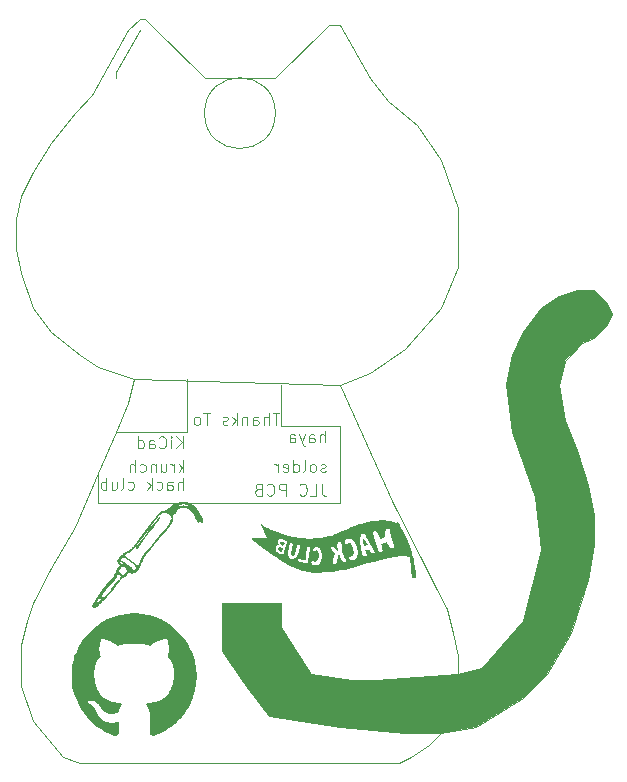
<source format=gbr>
%TF.GenerationSoftware,KiCad,Pcbnew,8.0.8*%
%TF.CreationDate,2025-06-13T17:00:40+01:00*%
%TF.ProjectId,AutoDiming_Keychain,4175746f-4469-46d6-996e-675f4b657963,rev?*%
%TF.SameCoordinates,Original*%
%TF.FileFunction,Legend,Bot*%
%TF.FilePolarity,Positive*%
%FSLAX46Y46*%
G04 Gerber Fmt 4.6, Leading zero omitted, Abs format (unit mm)*
G04 Created by KiCad (PCBNEW 8.0.8) date 2025-06-13 17:00:40*
%MOMM*%
%LPD*%
G01*
G04 APERTURE LIST*
%ADD10C,0.100000*%
%ADD11C,0.000000*%
G04 APERTURE END LIST*
D10*
X45000000Y-63000000D02*
X45000000Y-58500000D01*
X39000000Y-63000000D02*
X45000000Y-63000000D01*
X37500000Y-69000000D02*
X37500000Y-66500000D01*
X58000000Y-69000000D02*
X37500000Y-69000000D01*
X58000000Y-62500000D02*
X58000000Y-69000000D01*
X53000000Y-62500000D02*
X58000000Y-62500000D01*
X53000000Y-59000000D02*
X53000000Y-62500000D01*
X58000000Y-59000000D02*
X40500000Y-58500000D01*
X56410401Y-67372419D02*
X56410401Y-68086704D01*
X56410401Y-68086704D02*
X56458020Y-68229561D01*
X56458020Y-68229561D02*
X56553258Y-68324800D01*
X56553258Y-68324800D02*
X56696115Y-68372419D01*
X56696115Y-68372419D02*
X56791353Y-68372419D01*
X55458020Y-68372419D02*
X55934210Y-68372419D01*
X55934210Y-68372419D02*
X55934210Y-67372419D01*
X54553258Y-68277180D02*
X54600877Y-68324800D01*
X54600877Y-68324800D02*
X54743734Y-68372419D01*
X54743734Y-68372419D02*
X54838972Y-68372419D01*
X54838972Y-68372419D02*
X54981829Y-68324800D01*
X54981829Y-68324800D02*
X55077067Y-68229561D01*
X55077067Y-68229561D02*
X55124686Y-68134323D01*
X55124686Y-68134323D02*
X55172305Y-67943847D01*
X55172305Y-67943847D02*
X55172305Y-67800990D01*
X55172305Y-67800990D02*
X55124686Y-67610514D01*
X55124686Y-67610514D02*
X55077067Y-67515276D01*
X55077067Y-67515276D02*
X54981829Y-67420038D01*
X54981829Y-67420038D02*
X54838972Y-67372419D01*
X54838972Y-67372419D02*
X54743734Y-67372419D01*
X54743734Y-67372419D02*
X54600877Y-67420038D01*
X54600877Y-67420038D02*
X54553258Y-67467657D01*
X53362781Y-68372419D02*
X53362781Y-67372419D01*
X53362781Y-67372419D02*
X52981829Y-67372419D01*
X52981829Y-67372419D02*
X52886591Y-67420038D01*
X52886591Y-67420038D02*
X52838972Y-67467657D01*
X52838972Y-67467657D02*
X52791353Y-67562895D01*
X52791353Y-67562895D02*
X52791353Y-67705752D01*
X52791353Y-67705752D02*
X52838972Y-67800990D01*
X52838972Y-67800990D02*
X52886591Y-67848609D01*
X52886591Y-67848609D02*
X52981829Y-67896228D01*
X52981829Y-67896228D02*
X53362781Y-67896228D01*
X51791353Y-68277180D02*
X51838972Y-68324800D01*
X51838972Y-68324800D02*
X51981829Y-68372419D01*
X51981829Y-68372419D02*
X52077067Y-68372419D01*
X52077067Y-68372419D02*
X52219924Y-68324800D01*
X52219924Y-68324800D02*
X52315162Y-68229561D01*
X52315162Y-68229561D02*
X52362781Y-68134323D01*
X52362781Y-68134323D02*
X52410400Y-67943847D01*
X52410400Y-67943847D02*
X52410400Y-67800990D01*
X52410400Y-67800990D02*
X52362781Y-67610514D01*
X52362781Y-67610514D02*
X52315162Y-67515276D01*
X52315162Y-67515276D02*
X52219924Y-67420038D01*
X52219924Y-67420038D02*
X52077067Y-67372419D01*
X52077067Y-67372419D02*
X51981829Y-67372419D01*
X51981829Y-67372419D02*
X51838972Y-67420038D01*
X51838972Y-67420038D02*
X51791353Y-67467657D01*
X51029448Y-67848609D02*
X50886591Y-67896228D01*
X50886591Y-67896228D02*
X50838972Y-67943847D01*
X50838972Y-67943847D02*
X50791353Y-68039085D01*
X50791353Y-68039085D02*
X50791353Y-68181942D01*
X50791353Y-68181942D02*
X50838972Y-68277180D01*
X50838972Y-68277180D02*
X50886591Y-68324800D01*
X50886591Y-68324800D02*
X50981829Y-68372419D01*
X50981829Y-68372419D02*
X51362781Y-68372419D01*
X51362781Y-68372419D02*
X51362781Y-67372419D01*
X51362781Y-67372419D02*
X51029448Y-67372419D01*
X51029448Y-67372419D02*
X50934210Y-67420038D01*
X50934210Y-67420038D02*
X50886591Y-67467657D01*
X50886591Y-67467657D02*
X50838972Y-67562895D01*
X50838972Y-67562895D02*
X50838972Y-67658133D01*
X50838972Y-67658133D02*
X50886591Y-67753371D01*
X50886591Y-67753371D02*
X50934210Y-67800990D01*
X50934210Y-67800990D02*
X51029448Y-67848609D01*
X51029448Y-67848609D02*
X51362781Y-67848609D01*
X44696115Y-67872419D02*
X44696115Y-66872419D01*
X44267544Y-67872419D02*
X44267544Y-67348609D01*
X44267544Y-67348609D02*
X44315163Y-67253371D01*
X44315163Y-67253371D02*
X44410401Y-67205752D01*
X44410401Y-67205752D02*
X44553258Y-67205752D01*
X44553258Y-67205752D02*
X44648496Y-67253371D01*
X44648496Y-67253371D02*
X44696115Y-67300990D01*
X43362782Y-67872419D02*
X43362782Y-67348609D01*
X43362782Y-67348609D02*
X43410401Y-67253371D01*
X43410401Y-67253371D02*
X43505639Y-67205752D01*
X43505639Y-67205752D02*
X43696115Y-67205752D01*
X43696115Y-67205752D02*
X43791353Y-67253371D01*
X43362782Y-67824800D02*
X43458020Y-67872419D01*
X43458020Y-67872419D02*
X43696115Y-67872419D01*
X43696115Y-67872419D02*
X43791353Y-67824800D01*
X43791353Y-67824800D02*
X43838972Y-67729561D01*
X43838972Y-67729561D02*
X43838972Y-67634323D01*
X43838972Y-67634323D02*
X43791353Y-67539085D01*
X43791353Y-67539085D02*
X43696115Y-67491466D01*
X43696115Y-67491466D02*
X43458020Y-67491466D01*
X43458020Y-67491466D02*
X43362782Y-67443847D01*
X42458020Y-67824800D02*
X42553258Y-67872419D01*
X42553258Y-67872419D02*
X42743734Y-67872419D01*
X42743734Y-67872419D02*
X42838972Y-67824800D01*
X42838972Y-67824800D02*
X42886591Y-67777180D01*
X42886591Y-67777180D02*
X42934210Y-67681942D01*
X42934210Y-67681942D02*
X42934210Y-67396228D01*
X42934210Y-67396228D02*
X42886591Y-67300990D01*
X42886591Y-67300990D02*
X42838972Y-67253371D01*
X42838972Y-67253371D02*
X42743734Y-67205752D01*
X42743734Y-67205752D02*
X42553258Y-67205752D01*
X42553258Y-67205752D02*
X42458020Y-67253371D01*
X42029448Y-67872419D02*
X42029448Y-66872419D01*
X41934210Y-67491466D02*
X41648496Y-67872419D01*
X41648496Y-67205752D02*
X42029448Y-67586704D01*
X40029448Y-67824800D02*
X40124686Y-67872419D01*
X40124686Y-67872419D02*
X40315162Y-67872419D01*
X40315162Y-67872419D02*
X40410400Y-67824800D01*
X40410400Y-67824800D02*
X40458019Y-67777180D01*
X40458019Y-67777180D02*
X40505638Y-67681942D01*
X40505638Y-67681942D02*
X40505638Y-67396228D01*
X40505638Y-67396228D02*
X40458019Y-67300990D01*
X40458019Y-67300990D02*
X40410400Y-67253371D01*
X40410400Y-67253371D02*
X40315162Y-67205752D01*
X40315162Y-67205752D02*
X40124686Y-67205752D01*
X40124686Y-67205752D02*
X40029448Y-67253371D01*
X39458019Y-67872419D02*
X39553257Y-67824800D01*
X39553257Y-67824800D02*
X39600876Y-67729561D01*
X39600876Y-67729561D02*
X39600876Y-66872419D01*
X38648495Y-67205752D02*
X38648495Y-67872419D01*
X39077066Y-67205752D02*
X39077066Y-67729561D01*
X39077066Y-67729561D02*
X39029447Y-67824800D01*
X39029447Y-67824800D02*
X38934209Y-67872419D01*
X38934209Y-67872419D02*
X38791352Y-67872419D01*
X38791352Y-67872419D02*
X38696114Y-67824800D01*
X38696114Y-67824800D02*
X38648495Y-67777180D01*
X38172304Y-67872419D02*
X38172304Y-66872419D01*
X38172304Y-67253371D02*
X38077066Y-67205752D01*
X38077066Y-67205752D02*
X37886590Y-67205752D01*
X37886590Y-67205752D02*
X37791352Y-67253371D01*
X37791352Y-67253371D02*
X37743733Y-67300990D01*
X37743733Y-67300990D02*
X37696114Y-67396228D01*
X37696114Y-67396228D02*
X37696114Y-67681942D01*
X37696114Y-67681942D02*
X37743733Y-67777180D01*
X37743733Y-67777180D02*
X37791352Y-67824800D01*
X37791352Y-67824800D02*
X37886590Y-67872419D01*
X37886590Y-67872419D02*
X38077066Y-67872419D01*
X38077066Y-67872419D02*
X38172304Y-67824800D01*
X56743734Y-66324800D02*
X56648496Y-66372419D01*
X56648496Y-66372419D02*
X56458020Y-66372419D01*
X56458020Y-66372419D02*
X56362782Y-66324800D01*
X56362782Y-66324800D02*
X56315163Y-66229561D01*
X56315163Y-66229561D02*
X56315163Y-66181942D01*
X56315163Y-66181942D02*
X56362782Y-66086704D01*
X56362782Y-66086704D02*
X56458020Y-66039085D01*
X56458020Y-66039085D02*
X56600877Y-66039085D01*
X56600877Y-66039085D02*
X56696115Y-65991466D01*
X56696115Y-65991466D02*
X56743734Y-65896228D01*
X56743734Y-65896228D02*
X56743734Y-65848609D01*
X56743734Y-65848609D02*
X56696115Y-65753371D01*
X56696115Y-65753371D02*
X56600877Y-65705752D01*
X56600877Y-65705752D02*
X56458020Y-65705752D01*
X56458020Y-65705752D02*
X56362782Y-65753371D01*
X55743734Y-66372419D02*
X55838972Y-66324800D01*
X55838972Y-66324800D02*
X55886591Y-66277180D01*
X55886591Y-66277180D02*
X55934210Y-66181942D01*
X55934210Y-66181942D02*
X55934210Y-65896228D01*
X55934210Y-65896228D02*
X55886591Y-65800990D01*
X55886591Y-65800990D02*
X55838972Y-65753371D01*
X55838972Y-65753371D02*
X55743734Y-65705752D01*
X55743734Y-65705752D02*
X55600877Y-65705752D01*
X55600877Y-65705752D02*
X55505639Y-65753371D01*
X55505639Y-65753371D02*
X55458020Y-65800990D01*
X55458020Y-65800990D02*
X55410401Y-65896228D01*
X55410401Y-65896228D02*
X55410401Y-66181942D01*
X55410401Y-66181942D02*
X55458020Y-66277180D01*
X55458020Y-66277180D02*
X55505639Y-66324800D01*
X55505639Y-66324800D02*
X55600877Y-66372419D01*
X55600877Y-66372419D02*
X55743734Y-66372419D01*
X54838972Y-66372419D02*
X54934210Y-66324800D01*
X54934210Y-66324800D02*
X54981829Y-66229561D01*
X54981829Y-66229561D02*
X54981829Y-65372419D01*
X54029448Y-66372419D02*
X54029448Y-65372419D01*
X54029448Y-66324800D02*
X54124686Y-66372419D01*
X54124686Y-66372419D02*
X54315162Y-66372419D01*
X54315162Y-66372419D02*
X54410400Y-66324800D01*
X54410400Y-66324800D02*
X54458019Y-66277180D01*
X54458019Y-66277180D02*
X54505638Y-66181942D01*
X54505638Y-66181942D02*
X54505638Y-65896228D01*
X54505638Y-65896228D02*
X54458019Y-65800990D01*
X54458019Y-65800990D02*
X54410400Y-65753371D01*
X54410400Y-65753371D02*
X54315162Y-65705752D01*
X54315162Y-65705752D02*
X54124686Y-65705752D01*
X54124686Y-65705752D02*
X54029448Y-65753371D01*
X53172305Y-66324800D02*
X53267543Y-66372419D01*
X53267543Y-66372419D02*
X53458019Y-66372419D01*
X53458019Y-66372419D02*
X53553257Y-66324800D01*
X53553257Y-66324800D02*
X53600876Y-66229561D01*
X53600876Y-66229561D02*
X53600876Y-65848609D01*
X53600876Y-65848609D02*
X53553257Y-65753371D01*
X53553257Y-65753371D02*
X53458019Y-65705752D01*
X53458019Y-65705752D02*
X53267543Y-65705752D01*
X53267543Y-65705752D02*
X53172305Y-65753371D01*
X53172305Y-65753371D02*
X53124686Y-65848609D01*
X53124686Y-65848609D02*
X53124686Y-65943847D01*
X53124686Y-65943847D02*
X53600876Y-66039085D01*
X52696114Y-66372419D02*
X52696114Y-65705752D01*
X52696114Y-65896228D02*
X52648495Y-65800990D01*
X52648495Y-65800990D02*
X52600876Y-65753371D01*
X52600876Y-65753371D02*
X52505638Y-65705752D01*
X52505638Y-65705752D02*
X52410400Y-65705752D01*
X56696115Y-63872419D02*
X56696115Y-62872419D01*
X56267544Y-63872419D02*
X56267544Y-63348609D01*
X56267544Y-63348609D02*
X56315163Y-63253371D01*
X56315163Y-63253371D02*
X56410401Y-63205752D01*
X56410401Y-63205752D02*
X56553258Y-63205752D01*
X56553258Y-63205752D02*
X56648496Y-63253371D01*
X56648496Y-63253371D02*
X56696115Y-63300990D01*
X55362782Y-63872419D02*
X55362782Y-63348609D01*
X55362782Y-63348609D02*
X55410401Y-63253371D01*
X55410401Y-63253371D02*
X55505639Y-63205752D01*
X55505639Y-63205752D02*
X55696115Y-63205752D01*
X55696115Y-63205752D02*
X55791353Y-63253371D01*
X55362782Y-63824800D02*
X55458020Y-63872419D01*
X55458020Y-63872419D02*
X55696115Y-63872419D01*
X55696115Y-63872419D02*
X55791353Y-63824800D01*
X55791353Y-63824800D02*
X55838972Y-63729561D01*
X55838972Y-63729561D02*
X55838972Y-63634323D01*
X55838972Y-63634323D02*
X55791353Y-63539085D01*
X55791353Y-63539085D02*
X55696115Y-63491466D01*
X55696115Y-63491466D02*
X55458020Y-63491466D01*
X55458020Y-63491466D02*
X55362782Y-63443847D01*
X54981829Y-63205752D02*
X54743734Y-63872419D01*
X54505639Y-63205752D02*
X54743734Y-63872419D01*
X54743734Y-63872419D02*
X54838972Y-64110514D01*
X54838972Y-64110514D02*
X54886591Y-64158133D01*
X54886591Y-64158133D02*
X54981829Y-64205752D01*
X53696115Y-63872419D02*
X53696115Y-63348609D01*
X53696115Y-63348609D02*
X53743734Y-63253371D01*
X53743734Y-63253371D02*
X53838972Y-63205752D01*
X53838972Y-63205752D02*
X54029448Y-63205752D01*
X54029448Y-63205752D02*
X54124686Y-63253371D01*
X53696115Y-63824800D02*
X53791353Y-63872419D01*
X53791353Y-63872419D02*
X54029448Y-63872419D01*
X54029448Y-63872419D02*
X54124686Y-63824800D01*
X54124686Y-63824800D02*
X54172305Y-63729561D01*
X54172305Y-63729561D02*
X54172305Y-63634323D01*
X54172305Y-63634323D02*
X54124686Y-63539085D01*
X54124686Y-63539085D02*
X54029448Y-63491466D01*
X54029448Y-63491466D02*
X53791353Y-63491466D01*
X53791353Y-63491466D02*
X53696115Y-63443847D01*
X44696115Y-66372419D02*
X44696115Y-65372419D01*
X44600877Y-65991466D02*
X44315163Y-66372419D01*
X44315163Y-65705752D02*
X44696115Y-66086704D01*
X43886591Y-66372419D02*
X43886591Y-65705752D01*
X43886591Y-65896228D02*
X43838972Y-65800990D01*
X43838972Y-65800990D02*
X43791353Y-65753371D01*
X43791353Y-65753371D02*
X43696115Y-65705752D01*
X43696115Y-65705752D02*
X43600877Y-65705752D01*
X42838972Y-65705752D02*
X42838972Y-66372419D01*
X43267543Y-65705752D02*
X43267543Y-66229561D01*
X43267543Y-66229561D02*
X43219924Y-66324800D01*
X43219924Y-66324800D02*
X43124686Y-66372419D01*
X43124686Y-66372419D02*
X42981829Y-66372419D01*
X42981829Y-66372419D02*
X42886591Y-66324800D01*
X42886591Y-66324800D02*
X42838972Y-66277180D01*
X42362781Y-65705752D02*
X42362781Y-66372419D01*
X42362781Y-65800990D02*
X42315162Y-65753371D01*
X42315162Y-65753371D02*
X42219924Y-65705752D01*
X42219924Y-65705752D02*
X42077067Y-65705752D01*
X42077067Y-65705752D02*
X41981829Y-65753371D01*
X41981829Y-65753371D02*
X41934210Y-65848609D01*
X41934210Y-65848609D02*
X41934210Y-66372419D01*
X41029448Y-66324800D02*
X41124686Y-66372419D01*
X41124686Y-66372419D02*
X41315162Y-66372419D01*
X41315162Y-66372419D02*
X41410400Y-66324800D01*
X41410400Y-66324800D02*
X41458019Y-66277180D01*
X41458019Y-66277180D02*
X41505638Y-66181942D01*
X41505638Y-66181942D02*
X41505638Y-65896228D01*
X41505638Y-65896228D02*
X41458019Y-65800990D01*
X41458019Y-65800990D02*
X41410400Y-65753371D01*
X41410400Y-65753371D02*
X41315162Y-65705752D01*
X41315162Y-65705752D02*
X41124686Y-65705752D01*
X41124686Y-65705752D02*
X41029448Y-65753371D01*
X40600876Y-66372419D02*
X40600876Y-65372419D01*
X40172305Y-66372419D02*
X40172305Y-65848609D01*
X40172305Y-65848609D02*
X40219924Y-65753371D01*
X40219924Y-65753371D02*
X40315162Y-65705752D01*
X40315162Y-65705752D02*
X40458019Y-65705752D01*
X40458019Y-65705752D02*
X40553257Y-65753371D01*
X40553257Y-65753371D02*
X40600876Y-65800990D01*
X44696115Y-64372419D02*
X44696115Y-63372419D01*
X44124687Y-64372419D02*
X44553258Y-63800990D01*
X44124687Y-63372419D02*
X44696115Y-63943847D01*
X43696115Y-64372419D02*
X43696115Y-63705752D01*
X43696115Y-63372419D02*
X43743734Y-63420038D01*
X43743734Y-63420038D02*
X43696115Y-63467657D01*
X43696115Y-63467657D02*
X43648496Y-63420038D01*
X43648496Y-63420038D02*
X43696115Y-63372419D01*
X43696115Y-63372419D02*
X43696115Y-63467657D01*
X42648497Y-64277180D02*
X42696116Y-64324800D01*
X42696116Y-64324800D02*
X42838973Y-64372419D01*
X42838973Y-64372419D02*
X42934211Y-64372419D01*
X42934211Y-64372419D02*
X43077068Y-64324800D01*
X43077068Y-64324800D02*
X43172306Y-64229561D01*
X43172306Y-64229561D02*
X43219925Y-64134323D01*
X43219925Y-64134323D02*
X43267544Y-63943847D01*
X43267544Y-63943847D02*
X43267544Y-63800990D01*
X43267544Y-63800990D02*
X43219925Y-63610514D01*
X43219925Y-63610514D02*
X43172306Y-63515276D01*
X43172306Y-63515276D02*
X43077068Y-63420038D01*
X43077068Y-63420038D02*
X42934211Y-63372419D01*
X42934211Y-63372419D02*
X42838973Y-63372419D01*
X42838973Y-63372419D02*
X42696116Y-63420038D01*
X42696116Y-63420038D02*
X42648497Y-63467657D01*
X41791354Y-64372419D02*
X41791354Y-63848609D01*
X41791354Y-63848609D02*
X41838973Y-63753371D01*
X41838973Y-63753371D02*
X41934211Y-63705752D01*
X41934211Y-63705752D02*
X42124687Y-63705752D01*
X42124687Y-63705752D02*
X42219925Y-63753371D01*
X41791354Y-64324800D02*
X41886592Y-64372419D01*
X41886592Y-64372419D02*
X42124687Y-64372419D01*
X42124687Y-64372419D02*
X42219925Y-64324800D01*
X42219925Y-64324800D02*
X42267544Y-64229561D01*
X42267544Y-64229561D02*
X42267544Y-64134323D01*
X42267544Y-64134323D02*
X42219925Y-64039085D01*
X42219925Y-64039085D02*
X42124687Y-63991466D01*
X42124687Y-63991466D02*
X41886592Y-63991466D01*
X41886592Y-63991466D02*
X41791354Y-63943847D01*
X40886592Y-64372419D02*
X40886592Y-63372419D01*
X40886592Y-64324800D02*
X40981830Y-64372419D01*
X40981830Y-64372419D02*
X41172306Y-64372419D01*
X41172306Y-64372419D02*
X41267544Y-64324800D01*
X41267544Y-64324800D02*
X41315163Y-64277180D01*
X41315163Y-64277180D02*
X41362782Y-64181942D01*
X41362782Y-64181942D02*
X41362782Y-63896228D01*
X41362782Y-63896228D02*
X41315163Y-63800990D01*
X41315163Y-63800990D02*
X41267544Y-63753371D01*
X41267544Y-63753371D02*
X41172306Y-63705752D01*
X41172306Y-63705752D02*
X40981830Y-63705752D01*
X40981830Y-63705752D02*
X40886592Y-63753371D01*
X52838972Y-61372419D02*
X52267544Y-61372419D01*
X52553258Y-62372419D02*
X52553258Y-61372419D01*
X51934210Y-62372419D02*
X51934210Y-61372419D01*
X51505639Y-62372419D02*
X51505639Y-61848609D01*
X51505639Y-61848609D02*
X51553258Y-61753371D01*
X51553258Y-61753371D02*
X51648496Y-61705752D01*
X51648496Y-61705752D02*
X51791353Y-61705752D01*
X51791353Y-61705752D02*
X51886591Y-61753371D01*
X51886591Y-61753371D02*
X51934210Y-61800990D01*
X50600877Y-62372419D02*
X50600877Y-61848609D01*
X50600877Y-61848609D02*
X50648496Y-61753371D01*
X50648496Y-61753371D02*
X50743734Y-61705752D01*
X50743734Y-61705752D02*
X50934210Y-61705752D01*
X50934210Y-61705752D02*
X51029448Y-61753371D01*
X50600877Y-62324800D02*
X50696115Y-62372419D01*
X50696115Y-62372419D02*
X50934210Y-62372419D01*
X50934210Y-62372419D02*
X51029448Y-62324800D01*
X51029448Y-62324800D02*
X51077067Y-62229561D01*
X51077067Y-62229561D02*
X51077067Y-62134323D01*
X51077067Y-62134323D02*
X51029448Y-62039085D01*
X51029448Y-62039085D02*
X50934210Y-61991466D01*
X50934210Y-61991466D02*
X50696115Y-61991466D01*
X50696115Y-61991466D02*
X50600877Y-61943847D01*
X50124686Y-61705752D02*
X50124686Y-62372419D01*
X50124686Y-61800990D02*
X50077067Y-61753371D01*
X50077067Y-61753371D02*
X49981829Y-61705752D01*
X49981829Y-61705752D02*
X49838972Y-61705752D01*
X49838972Y-61705752D02*
X49743734Y-61753371D01*
X49743734Y-61753371D02*
X49696115Y-61848609D01*
X49696115Y-61848609D02*
X49696115Y-62372419D01*
X49219924Y-62372419D02*
X49219924Y-61372419D01*
X49124686Y-61991466D02*
X48838972Y-62372419D01*
X48838972Y-61705752D02*
X49219924Y-62086704D01*
X48458019Y-62324800D02*
X48362781Y-62372419D01*
X48362781Y-62372419D02*
X48172305Y-62372419D01*
X48172305Y-62372419D02*
X48077067Y-62324800D01*
X48077067Y-62324800D02*
X48029448Y-62229561D01*
X48029448Y-62229561D02*
X48029448Y-62181942D01*
X48029448Y-62181942D02*
X48077067Y-62086704D01*
X48077067Y-62086704D02*
X48172305Y-62039085D01*
X48172305Y-62039085D02*
X48315162Y-62039085D01*
X48315162Y-62039085D02*
X48410400Y-61991466D01*
X48410400Y-61991466D02*
X48458019Y-61896228D01*
X48458019Y-61896228D02*
X48458019Y-61848609D01*
X48458019Y-61848609D02*
X48410400Y-61753371D01*
X48410400Y-61753371D02*
X48315162Y-61705752D01*
X48315162Y-61705752D02*
X48172305Y-61705752D01*
X48172305Y-61705752D02*
X48077067Y-61753371D01*
X46981828Y-61372419D02*
X46410400Y-61372419D01*
X46696114Y-62372419D02*
X46696114Y-61372419D01*
X45934209Y-62372419D02*
X46029447Y-62324800D01*
X46029447Y-62324800D02*
X46077066Y-62277180D01*
X46077066Y-62277180D02*
X46124685Y-62181942D01*
X46124685Y-62181942D02*
X46124685Y-61896228D01*
X46124685Y-61896228D02*
X46077066Y-61800990D01*
X46077066Y-61800990D02*
X46029447Y-61753371D01*
X46029447Y-61753371D02*
X45934209Y-61705752D01*
X45934209Y-61705752D02*
X45791352Y-61705752D01*
X45791352Y-61705752D02*
X45696114Y-61753371D01*
X45696114Y-61753371D02*
X45648495Y-61800990D01*
X45648495Y-61800990D02*
X45600876Y-61896228D01*
X45600876Y-61896228D02*
X45600876Y-62181942D01*
X45600876Y-62181942D02*
X45648495Y-62277180D01*
X45648495Y-62277180D02*
X45696114Y-62324800D01*
X45696114Y-62324800D02*
X45791352Y-62372419D01*
X45791352Y-62372419D02*
X45934209Y-62372419D01*
X49500000Y-33000000D02*
X46500000Y-33000000D01*
X52500000Y-33000000D02*
X49500000Y-33000000D01*
X57000000Y-28500000D02*
X52500000Y-33000000D01*
X58000000Y-28500000D02*
X57000000Y-28500000D01*
X60500000Y-33000000D02*
X58000000Y-28500000D01*
X62000000Y-35000000D02*
X60500000Y-33000000D01*
X64500000Y-37000000D02*
X62000000Y-35000000D01*
X66500000Y-40000000D02*
X64500000Y-37000000D01*
X68000000Y-44000000D02*
X66500000Y-40000000D01*
X68000000Y-49000000D02*
X68000000Y-44000000D01*
X66500000Y-52500000D02*
X68000000Y-49000000D01*
X63500000Y-56000000D02*
X66500000Y-52500000D01*
X60500000Y-58000000D02*
X63500000Y-56000000D01*
X58000000Y-59000000D02*
X60500000Y-58000000D01*
X62500000Y-69000000D02*
X58000000Y-59000000D01*
X65000000Y-74000000D02*
X62500000Y-69000000D01*
X66000000Y-76000000D02*
X65000000Y-74000000D01*
X67000000Y-78000000D02*
X66000000Y-76000000D01*
X67500000Y-80000000D02*
X67000000Y-78000000D01*
X68000000Y-82000000D02*
X67500000Y-80000000D01*
X68000000Y-83500000D02*
X68000000Y-82000000D01*
X65500000Y-89500000D02*
X66500000Y-88500000D01*
X64000000Y-90500000D02*
X65500000Y-89500000D01*
X63000000Y-91000000D02*
X64000000Y-90500000D01*
X60500000Y-91000000D02*
X63000000Y-91000000D01*
X36000000Y-91000000D02*
X60500000Y-91000000D01*
X34500000Y-90500000D02*
X36000000Y-91000000D01*
X32000000Y-87500000D02*
X34500000Y-90500000D01*
X31000000Y-84500000D02*
X32000000Y-87500000D01*
X31000000Y-81000000D02*
X31000000Y-84500000D01*
X31500000Y-79000000D02*
X31000000Y-81000000D01*
X32000000Y-77500000D02*
X31500000Y-79000000D01*
X33500000Y-74500000D02*
X32000000Y-77500000D01*
X35500000Y-71000000D02*
X33500000Y-74500000D01*
X37500000Y-66500000D02*
X35500000Y-71000000D01*
X39000000Y-63000000D02*
X37500000Y-66500000D01*
X40000000Y-60500000D02*
X39000000Y-63000000D01*
X40500000Y-58500000D02*
X40000000Y-60500000D01*
X37500000Y-57500000D02*
X40500000Y-58500000D01*
X36000000Y-56500000D02*
X37500000Y-57500000D01*
X33500000Y-54500000D02*
X36000000Y-56500000D01*
X32000000Y-52500000D02*
X33500000Y-54500000D01*
X31000000Y-49500000D02*
X32000000Y-52500000D01*
X30500000Y-47500000D02*
X31000000Y-49500000D01*
X30500000Y-45000000D02*
X30500000Y-47500000D01*
X31000000Y-43000000D02*
X30500000Y-45000000D01*
X32000000Y-41000000D02*
X31000000Y-43000000D01*
X33500000Y-38500000D02*
X32000000Y-41000000D01*
X35500000Y-36000000D02*
X33500000Y-38500000D01*
X37000000Y-34500000D02*
X35500000Y-36000000D01*
X40000000Y-29000000D02*
X37000000Y-34500000D01*
X41000000Y-28000000D02*
X40000000Y-29000000D01*
X41500000Y-28000000D02*
X41000000Y-28000000D01*
X42000000Y-28500000D02*
X41500000Y-28000000D01*
X46500000Y-33000000D02*
X42000000Y-28500000D01*
X39000000Y-32500000D02*
X39000000Y-33000000D01*
X41000000Y-29000000D02*
X39000000Y-32500000D01*
X52500000Y-36000000D02*
G75*
G02*
X46500000Y-36000000I-3000000J0D01*
G01*
X46500000Y-36000000D02*
G75*
G02*
X52500000Y-36000000I3000000J0D01*
G01*
D11*
G36*
X40812541Y-78350403D02*
G01*
X41081290Y-78370918D01*
X41346132Y-78404701D01*
X41606733Y-78451420D01*
X41862763Y-78510739D01*
X42113888Y-78582327D01*
X42359775Y-78665848D01*
X42600093Y-78760970D01*
X42834508Y-78867358D01*
X43062689Y-78984679D01*
X43284302Y-79112600D01*
X43499015Y-79250786D01*
X43706496Y-79398905D01*
X43906412Y-79556621D01*
X44098430Y-79723603D01*
X44282219Y-79899515D01*
X44457445Y-80084025D01*
X44623776Y-80276798D01*
X44780879Y-80477502D01*
X44928423Y-80685801D01*
X45066074Y-80901364D01*
X45193499Y-81123855D01*
X45310367Y-81352942D01*
X45416345Y-81588291D01*
X45511100Y-81829567D01*
X45594301Y-82076438D01*
X45665613Y-82328570D01*
X45724705Y-82585629D01*
X45771244Y-82847281D01*
X45804899Y-83113192D01*
X45825335Y-83383030D01*
X45832221Y-83656460D01*
X45827811Y-83875345D01*
X45814697Y-84091971D01*
X45793046Y-84306170D01*
X45763031Y-84517770D01*
X45724819Y-84726602D01*
X45678583Y-84932495D01*
X45624491Y-85135278D01*
X45562713Y-85334783D01*
X45493420Y-85530838D01*
X45416781Y-85723273D01*
X45332967Y-85911919D01*
X45242147Y-86096604D01*
X45144492Y-86277159D01*
X45040171Y-86453413D01*
X44929354Y-86625196D01*
X44812212Y-86792338D01*
X44688914Y-86954668D01*
X44559631Y-87112017D01*
X44424531Y-87264214D01*
X44283787Y-87411090D01*
X44137566Y-87552472D01*
X43986040Y-87688192D01*
X43829378Y-87818080D01*
X43667751Y-87941964D01*
X43501328Y-88059675D01*
X43330279Y-88171042D01*
X43154774Y-88275896D01*
X42974984Y-88374066D01*
X42791077Y-88465381D01*
X42603225Y-88549672D01*
X42411598Y-88626769D01*
X42216364Y-88696500D01*
X42191692Y-88700758D01*
X42168022Y-88703785D01*
X42145338Y-88705627D01*
X42123627Y-88706326D01*
X42102874Y-88705927D01*
X42083065Y-88704474D01*
X42064186Y-88702012D01*
X42046222Y-88698583D01*
X42029160Y-88694233D01*
X42012984Y-88689005D01*
X41997681Y-88682944D01*
X41983236Y-88676093D01*
X41969635Y-88668497D01*
X41956863Y-88660199D01*
X41944907Y-88651244D01*
X41933752Y-88641676D01*
X41923384Y-88631539D01*
X41913788Y-88620877D01*
X41904951Y-88609734D01*
X41896857Y-88598154D01*
X41889493Y-88586181D01*
X41882845Y-88573859D01*
X41876897Y-88561233D01*
X41871636Y-88548346D01*
X41867048Y-88535243D01*
X41863118Y-88521967D01*
X41859831Y-88508563D01*
X41857174Y-88495074D01*
X41853692Y-88468021D01*
X41852557Y-88441159D01*
X41859178Y-86983844D01*
X41858686Y-86937870D01*
X41857230Y-86892901D01*
X41851531Y-86805964D01*
X41842299Y-86723017D01*
X41829753Y-86644043D01*
X41814110Y-86569024D01*
X41795588Y-86497944D01*
X41774405Y-86430785D01*
X41750780Y-86367530D01*
X41724930Y-86308162D01*
X41697073Y-86252665D01*
X41667428Y-86201021D01*
X41636212Y-86153212D01*
X41603643Y-86109223D01*
X41569939Y-86069036D01*
X41535319Y-86032634D01*
X41500000Y-86000000D01*
X41721379Y-85971313D01*
X41942233Y-85933312D01*
X42160662Y-85884132D01*
X42374769Y-85821907D01*
X42582656Y-85744771D01*
X42782424Y-85650859D01*
X42878670Y-85597029D01*
X42972174Y-85538304D01*
X43062700Y-85474453D01*
X43150010Y-85405241D01*
X43233867Y-85330436D01*
X43314033Y-85249805D01*
X43390271Y-85163113D01*
X43462344Y-85070128D01*
X43530015Y-84970617D01*
X43593046Y-84864346D01*
X43651201Y-84751082D01*
X43704241Y-84630593D01*
X43751930Y-84502644D01*
X43794030Y-84367002D01*
X43830304Y-84223435D01*
X43860514Y-84071709D01*
X43884425Y-83911591D01*
X43901797Y-83742847D01*
X43912395Y-83565245D01*
X43915980Y-83378551D01*
X43913598Y-83271027D01*
X43906521Y-83165980D01*
X43894850Y-83063407D01*
X43878689Y-82963301D01*
X43858142Y-82865659D01*
X43833309Y-82770475D01*
X43804294Y-82677745D01*
X43771200Y-82587463D01*
X43734130Y-82499625D01*
X43693186Y-82414225D01*
X43648471Y-82331260D01*
X43600087Y-82250723D01*
X43548138Y-82172610D01*
X43492726Y-82096916D01*
X43433954Y-82023637D01*
X43371924Y-81952767D01*
X43397174Y-81883750D01*
X43427331Y-81779232D01*
X43442062Y-81714443D01*
X43455395Y-81641718D01*
X43466455Y-81561370D01*
X43474367Y-81473713D01*
X43478256Y-81379060D01*
X43477248Y-81277725D01*
X43470466Y-81170019D01*
X43457037Y-81056257D01*
X43436086Y-80936753D01*
X43406737Y-80811818D01*
X43368115Y-80681767D01*
X43319346Y-80546912D01*
X43298316Y-80542119D01*
X43234265Y-80535342D01*
X43185656Y-80534771D01*
X43125751Y-80537980D01*
X43054370Y-80546393D01*
X42971333Y-80561436D01*
X42876459Y-80584533D01*
X42769569Y-80617110D01*
X42650482Y-80660592D01*
X42519017Y-80716403D01*
X42374996Y-80785970D01*
X42218237Y-80870717D01*
X42048560Y-80972070D01*
X41865786Y-81091452D01*
X41705938Y-81050015D01*
X41543661Y-81014088D01*
X41379344Y-80983639D01*
X41213381Y-80958638D01*
X41046162Y-80939053D01*
X40878079Y-80924853D01*
X40709525Y-80916006D01*
X40540890Y-80912482D01*
X40372049Y-80916006D01*
X40203370Y-80924853D01*
X40035234Y-80939053D01*
X39868020Y-80958638D01*
X39702109Y-80983639D01*
X39537878Y-81014088D01*
X39375710Y-81050015D01*
X39215982Y-81091452D01*
X39122884Y-81029418D01*
X39033081Y-80972070D01*
X38946551Y-80919229D01*
X38863271Y-80870717D01*
X38783220Y-80826357D01*
X38706376Y-80785970D01*
X38632715Y-80749378D01*
X38562216Y-80716403D01*
X38494856Y-80686867D01*
X38430613Y-80660592D01*
X38369465Y-80637399D01*
X38311390Y-80617110D01*
X38256364Y-80599547D01*
X38204367Y-80584533D01*
X38155375Y-80571889D01*
X38109367Y-80561436D01*
X38066319Y-80552997D01*
X38026211Y-80546393D01*
X37989018Y-80541447D01*
X37954720Y-80537980D01*
X37923294Y-80535814D01*
X37894718Y-80534771D01*
X37846025Y-80535342D01*
X37808462Y-80538266D01*
X37781853Y-80542119D01*
X37760780Y-80546912D01*
X37735161Y-80614920D01*
X37712184Y-80681767D01*
X37691738Y-80747412D01*
X37673714Y-80811818D01*
X37658003Y-80874944D01*
X37644496Y-80936753D01*
X37633083Y-80997203D01*
X37623657Y-81056257D01*
X37616106Y-81113876D01*
X37610323Y-81170019D01*
X37606197Y-81224648D01*
X37603621Y-81277725D01*
X37602677Y-81379060D01*
X37606618Y-81473713D01*
X37614571Y-81561370D01*
X37625661Y-81641718D01*
X37639016Y-81714443D01*
X37653762Y-81779232D01*
X37669025Y-81835772D01*
X37683932Y-81883750D01*
X37709184Y-81952767D01*
X37647256Y-82023637D01*
X37588543Y-82096916D01*
X37533154Y-82172610D01*
X37481196Y-82250723D01*
X37432777Y-82331260D01*
X37388003Y-82414225D01*
X37346984Y-82499625D01*
X37309825Y-82587463D01*
X37276636Y-82677745D01*
X37247522Y-82770475D01*
X37222593Y-82865659D01*
X37201955Y-82963301D01*
X37185716Y-83063407D01*
X37173984Y-83165980D01*
X37166865Y-83271027D01*
X37164469Y-83378551D01*
X37168048Y-83564811D01*
X37178628Y-83742042D01*
X37195972Y-83910476D01*
X37219842Y-84070342D01*
X37250001Y-84221870D01*
X37286213Y-84365293D01*
X37328238Y-84500839D01*
X37375842Y-84628740D01*
X37428786Y-84749226D01*
X37486832Y-84862527D01*
X37549745Y-84968875D01*
X37617286Y-85068499D01*
X37689219Y-85161629D01*
X37765306Y-85248498D01*
X37845310Y-85329334D01*
X37928994Y-85404369D01*
X38016120Y-85473832D01*
X38106452Y-85537955D01*
X38199752Y-85596968D01*
X38295783Y-85651102D01*
X38394307Y-85700586D01*
X38495089Y-85745652D01*
X38702472Y-85823450D01*
X38916035Y-85886339D01*
X39133880Y-85936164D01*
X39354109Y-85974769D01*
X39574824Y-86003997D01*
X39546670Y-86030088D01*
X39518959Y-86058564D01*
X39491799Y-86089437D01*
X39465302Y-86122719D01*
X39439575Y-86158422D01*
X39414730Y-86196556D01*
X39390874Y-86237134D01*
X39368118Y-86280168D01*
X39346572Y-86325668D01*
X39326344Y-86373647D01*
X39307545Y-86424116D01*
X39290283Y-86477088D01*
X39274669Y-86532572D01*
X39260812Y-86590582D01*
X39248821Y-86651129D01*
X39238806Y-86714225D01*
X39176992Y-86740622D01*
X39105398Y-86767647D01*
X39025136Y-86793622D01*
X38937317Y-86816870D01*
X38843052Y-86835716D01*
X38743454Y-86848482D01*
X38639632Y-86853493D01*
X38586485Y-86852566D01*
X38532700Y-86849071D01*
X38478414Y-86842799D01*
X38423767Y-86833540D01*
X38368898Y-86821085D01*
X38313945Y-86805224D01*
X38259049Y-86785747D01*
X38204347Y-86762445D01*
X38149978Y-86735109D01*
X38096082Y-86703528D01*
X38042797Y-86667494D01*
X37990263Y-86626796D01*
X37938618Y-86581225D01*
X37888001Y-86530572D01*
X37838551Y-86474627D01*
X37790407Y-86413180D01*
X37743708Y-86346022D01*
X37698593Y-86272943D01*
X37685548Y-86250955D01*
X37646634Y-86192668D01*
X37617578Y-86153509D01*
X37582178Y-86109594D01*
X37540476Y-86062360D01*
X37492511Y-86013247D01*
X37438326Y-85963694D01*
X37377962Y-85915141D01*
X37311459Y-85869026D01*
X37275918Y-85847333D01*
X37238859Y-85826789D01*
X37200285Y-85807574D01*
X37160203Y-85789868D01*
X37118616Y-85773852D01*
X37075532Y-85759704D01*
X37030953Y-85747606D01*
X36984887Y-85737735D01*
X36937337Y-85730274D01*
X36888309Y-85725401D01*
X36867036Y-85725760D01*
X36815048Y-85729516D01*
X36783082Y-85733925D01*
X36750092Y-85740690D01*
X36718297Y-85750313D01*
X36703541Y-85756355D01*
X36689915Y-85763299D01*
X36677697Y-85771209D01*
X36667165Y-85780148D01*
X36658594Y-85790179D01*
X36652264Y-85801364D01*
X36648450Y-85813766D01*
X36647431Y-85827448D01*
X36649484Y-85842473D01*
X36654885Y-85858904D01*
X36663913Y-85876803D01*
X36676844Y-85896233D01*
X36693956Y-85917257D01*
X36715526Y-85939939D01*
X36741832Y-85964339D01*
X36773150Y-85990522D01*
X36809758Y-86018551D01*
X36851934Y-86048487D01*
X36867311Y-86056705D01*
X36909899Y-86083600D01*
X36939737Y-86105101D01*
X36974385Y-86132533D01*
X37013179Y-86166316D01*
X37055455Y-86206869D01*
X37100549Y-86254612D01*
X37147796Y-86309967D01*
X37196533Y-86373353D01*
X37246095Y-86445191D01*
X37295817Y-86525901D01*
X37345037Y-86615903D01*
X37393089Y-86715617D01*
X37439309Y-86825464D01*
X37455528Y-86869236D01*
X37477672Y-86918705D01*
X37510835Y-86981900D01*
X37556261Y-87055322D01*
X37615200Y-87135474D01*
X37688895Y-87218859D01*
X37778596Y-87301978D01*
X37829837Y-87342346D01*
X37885546Y-87381335D01*
X37945880Y-87418510D01*
X38010995Y-87453432D01*
X38081045Y-87485665D01*
X38156186Y-87514771D01*
X38236576Y-87540313D01*
X38322369Y-87561854D01*
X38413721Y-87578957D01*
X38510788Y-87591185D01*
X38613726Y-87598100D01*
X38722690Y-87599265D01*
X38837837Y-87594243D01*
X38959322Y-87582597D01*
X39087301Y-87563889D01*
X39221931Y-87537683D01*
X39229211Y-88441159D01*
X39228062Y-88467772D01*
X39224545Y-88494584D01*
X39218555Y-88521249D01*
X39209988Y-88547421D01*
X39204705Y-88560215D01*
X39198739Y-88572755D01*
X39192076Y-88584999D01*
X39184703Y-88596904D01*
X39176607Y-88608427D01*
X39167776Y-88619523D01*
X39158195Y-88630151D01*
X39147853Y-88640266D01*
X39136735Y-88649826D01*
X39124829Y-88658788D01*
X39112122Y-88667107D01*
X39098600Y-88674741D01*
X39084251Y-88681647D01*
X39069061Y-88687781D01*
X39053018Y-88693100D01*
X39036108Y-88697561D01*
X39018318Y-88701121D01*
X38999635Y-88703737D01*
X38980046Y-88705364D01*
X38959538Y-88705961D01*
X38938098Y-88705483D01*
X38915713Y-88703888D01*
X38892369Y-88701133D01*
X38868055Y-88697173D01*
X38480828Y-88550562D01*
X38108721Y-88375116D01*
X37753095Y-88172200D01*
X37415311Y-87943181D01*
X37096728Y-87689427D01*
X36798710Y-87412303D01*
X36522615Y-87113178D01*
X36269805Y-86793416D01*
X36041641Y-86454387D01*
X35839484Y-86097455D01*
X35664694Y-85723988D01*
X35518633Y-85335352D01*
X35402661Y-84932915D01*
X35318139Y-84518043D01*
X35266427Y-84092102D01*
X35253301Y-83875409D01*
X35248888Y-83656460D01*
X35255774Y-83383030D01*
X35276210Y-83113192D01*
X35309864Y-82847281D01*
X35356402Y-82585629D01*
X35415493Y-82328570D01*
X35486804Y-82076438D01*
X35570001Y-81829567D01*
X35664753Y-81588291D01*
X35770727Y-81352942D01*
X35887589Y-81123855D01*
X36015008Y-80901364D01*
X36152651Y-80685801D01*
X36300184Y-80477502D01*
X36457277Y-80276798D01*
X36623595Y-80084025D01*
X36798806Y-79899515D01*
X36982577Y-79723603D01*
X37174577Y-79556621D01*
X37374472Y-79398905D01*
X37581929Y-79250786D01*
X37796617Y-79112600D01*
X38018201Y-78984679D01*
X38246351Y-78867358D01*
X38480732Y-78760970D01*
X38721013Y-78665848D01*
X38966860Y-78582327D01*
X39217942Y-78510739D01*
X39473925Y-78451420D01*
X39734476Y-78404701D01*
X39999264Y-78370918D01*
X40267956Y-78350403D01*
X40540218Y-78343491D01*
X40812541Y-78350403D01*
G37*
G36*
X42729133Y-70244101D02*
G01*
X42700171Y-70299537D01*
X42669961Y-70353467D01*
X42638409Y-70406209D01*
X42605421Y-70458079D01*
X42570904Y-70509393D01*
X42534763Y-70560469D01*
X42496905Y-70611624D01*
X42402518Y-70737055D01*
X42300534Y-70871453D01*
X42195037Y-71011328D01*
X41745931Y-71603465D01*
X41294782Y-72194047D01*
X41193832Y-72326041D01*
X41098695Y-72450400D01*
X41037741Y-72533199D01*
X40977959Y-72616662D01*
X40919027Y-72700729D01*
X40860622Y-72785341D01*
X40746107Y-72938510D01*
X40640274Y-72938510D01*
X40646531Y-72907467D01*
X40653360Y-72877873D01*
X40660807Y-72849579D01*
X40668916Y-72822439D01*
X40677733Y-72796305D01*
X40687304Y-72771030D01*
X40697672Y-72746468D01*
X40708884Y-72722470D01*
X40720985Y-72698890D01*
X40734019Y-72675581D01*
X40748033Y-72652394D01*
X40763071Y-72629184D01*
X40779178Y-72605803D01*
X40796401Y-72582103D01*
X40814783Y-72557938D01*
X40834371Y-72533160D01*
X40923628Y-72420622D01*
X41020612Y-72300203D01*
X41224748Y-72040192D01*
X41426151Y-71778415D01*
X41624876Y-71514602D01*
X41820977Y-71248484D01*
X42176042Y-70764536D01*
X42292372Y-70608299D01*
X42380869Y-70492632D01*
X42451264Y-70405094D01*
X42513283Y-70333244D01*
X42576654Y-70264641D01*
X42651107Y-70186843D01*
X42756940Y-70186843D01*
X42729133Y-70244101D01*
G37*
G36*
X44764843Y-68898893D02*
G01*
X44824778Y-68901678D01*
X44884541Y-68906971D01*
X44944060Y-68914820D01*
X45003262Y-68925277D01*
X45062076Y-68938389D01*
X45120430Y-68954206D01*
X45178251Y-68972777D01*
X45235468Y-68994152D01*
X45292009Y-69018381D01*
X45347801Y-69045511D01*
X45402774Y-69075594D01*
X45494693Y-69144414D01*
X45582988Y-69217163D01*
X45667602Y-69293680D01*
X45748484Y-69373800D01*
X45825577Y-69457362D01*
X45898829Y-69544204D01*
X45968186Y-69634163D01*
X46033593Y-69727076D01*
X46094997Y-69822782D01*
X46152343Y-69921117D01*
X46205578Y-70021920D01*
X46254647Y-70125028D01*
X46299497Y-70230278D01*
X46340073Y-70337509D01*
X46376323Y-70446557D01*
X46408190Y-70557260D01*
X46355274Y-70716010D01*
X46196524Y-70663093D01*
X46180336Y-70625211D01*
X46167636Y-70594945D01*
X46157340Y-70569233D01*
X46148361Y-70545013D01*
X46139615Y-70519223D01*
X46130016Y-70488802D01*
X46103919Y-70401817D01*
X46068474Y-70303602D01*
X46029956Y-70208205D01*
X45988275Y-70115667D01*
X45943343Y-70026030D01*
X45895072Y-69939333D01*
X45843373Y-69855617D01*
X45788158Y-69774923D01*
X45729337Y-69697292D01*
X45666822Y-69622763D01*
X45600525Y-69551377D01*
X45530357Y-69483176D01*
X45456229Y-69418199D01*
X45378053Y-69356487D01*
X45295739Y-69298081D01*
X45209200Y-69243022D01*
X45118347Y-69191349D01*
X45049091Y-69170184D01*
X44982276Y-69152893D01*
X44917597Y-69139422D01*
X44854750Y-69129717D01*
X44793430Y-69123723D01*
X44733335Y-69121386D01*
X44674159Y-69122653D01*
X44615598Y-69127469D01*
X44557349Y-69135779D01*
X44499106Y-69147531D01*
X44440567Y-69162669D01*
X44381427Y-69181139D01*
X44321382Y-69202887D01*
X44260127Y-69227860D01*
X44197359Y-69256002D01*
X44132774Y-69287260D01*
X44184086Y-69291039D01*
X44205269Y-69292319D01*
X44223986Y-69293089D01*
X44240625Y-69293272D01*
X44255574Y-69292789D01*
X44269220Y-69291565D01*
X44281951Y-69289520D01*
X44294154Y-69286578D01*
X44306217Y-69282661D01*
X44318527Y-69277691D01*
X44331473Y-69271592D01*
X44345441Y-69264285D01*
X44360819Y-69255693D01*
X44397357Y-69234344D01*
X44542513Y-69222778D01*
X44613435Y-69219145D01*
X44683309Y-69217339D01*
X44752179Y-69217656D01*
X44820087Y-69220393D01*
X44887076Y-69225846D01*
X44953188Y-69234311D01*
X45018468Y-69246085D01*
X45082957Y-69261463D01*
X45146699Y-69280742D01*
X45209735Y-69304217D01*
X45272110Y-69332185D01*
X45333865Y-69364943D01*
X45395045Y-69402786D01*
X45455690Y-69446010D01*
X45514969Y-69499825D01*
X45571350Y-69555503D01*
X45624895Y-69612997D01*
X45675664Y-69672260D01*
X45723720Y-69733244D01*
X45769122Y-69795904D01*
X45811933Y-69860193D01*
X45852213Y-69926063D01*
X45890023Y-69993468D01*
X45925426Y-70062361D01*
X45958481Y-70132695D01*
X45989250Y-70204423D01*
X46017794Y-70277499D01*
X46044175Y-70351876D01*
X46068453Y-70427506D01*
X46090690Y-70504343D01*
X46084076Y-70545723D01*
X46078701Y-70577879D01*
X46073947Y-70603291D01*
X46069193Y-70624439D01*
X46066622Y-70634190D01*
X46063819Y-70643805D01*
X46057204Y-70663869D01*
X46048729Y-70687110D01*
X46037773Y-70716010D01*
X46002392Y-70684839D01*
X45969487Y-70652136D01*
X45938866Y-70618012D01*
X45910335Y-70582576D01*
X45883699Y-70545939D01*
X45858766Y-70508211D01*
X45835342Y-70469504D01*
X45813232Y-70429928D01*
X45792243Y-70389592D01*
X45772181Y-70348608D01*
X45734064Y-70265137D01*
X45660432Y-70095273D01*
X45632693Y-70039012D01*
X45603216Y-69984665D01*
X45571950Y-69932270D01*
X45538844Y-69881864D01*
X45503847Y-69833485D01*
X45466908Y-69787172D01*
X45427975Y-69742963D01*
X45386998Y-69700895D01*
X45343925Y-69661006D01*
X45298705Y-69623336D01*
X45251288Y-69587921D01*
X45201621Y-69554799D01*
X45149654Y-69524009D01*
X45095336Y-69495589D01*
X45038615Y-69469577D01*
X44979441Y-69446010D01*
X44883843Y-69436074D01*
X44835844Y-69432570D01*
X44787819Y-69430252D01*
X44739846Y-69429276D01*
X44692008Y-69429798D01*
X44644383Y-69431975D01*
X44597053Y-69435962D01*
X44550096Y-69441918D01*
X44503593Y-69449997D01*
X44457625Y-69460358D01*
X44412272Y-69473155D01*
X44367613Y-69488546D01*
X44323730Y-69506686D01*
X44280701Y-69527733D01*
X44238607Y-69551844D01*
X44188232Y-69626705D01*
X44170367Y-69654205D01*
X44154903Y-69679219D01*
X44139981Y-69704848D01*
X44123739Y-69734192D01*
X44079857Y-69816427D01*
X43967409Y-69905724D01*
X43947089Y-69931438D01*
X43929390Y-69955286D01*
X43914117Y-69977595D01*
X43901078Y-69998690D01*
X43890078Y-70018899D01*
X43880925Y-70038549D01*
X43873424Y-70057965D01*
X43867382Y-70077476D01*
X43862606Y-70097406D01*
X43858902Y-70118084D01*
X43856076Y-70139836D01*
X43853934Y-70162989D01*
X43852284Y-70187869D01*
X43850932Y-70214803D01*
X43848346Y-70276140D01*
X43843800Y-70324818D01*
X43837096Y-70372611D01*
X43828320Y-70419550D01*
X43817559Y-70465667D01*
X43804901Y-70510992D01*
X43790431Y-70555557D01*
X43756409Y-70642530D01*
X43716186Y-70726833D01*
X43670459Y-70808716D01*
X43619924Y-70888426D01*
X43565276Y-70966212D01*
X43507210Y-71042323D01*
X43446422Y-71117005D01*
X43319463Y-71263082D01*
X43063485Y-71549034D01*
X42965645Y-71663786D01*
X42868854Y-71779348D01*
X42772899Y-71895612D01*
X42677565Y-72012469D01*
X42565890Y-72148957D01*
X42453410Y-72284689D01*
X42340075Y-72419703D01*
X42225836Y-72554037D01*
X42077830Y-72728510D01*
X41930712Y-72903732D01*
X41857583Y-72990910D01*
X41784209Y-73077881D01*
X41729442Y-73144120D01*
X41676824Y-73209933D01*
X41626293Y-73275528D01*
X41577786Y-73341114D01*
X41531241Y-73406901D01*
X41486596Y-73473097D01*
X41443790Y-73539911D01*
X41402759Y-73607553D01*
X41363442Y-73676231D01*
X41325777Y-73746154D01*
X41289701Y-73817532D01*
X41255153Y-73890573D01*
X41222071Y-73965486D01*
X41190391Y-74042481D01*
X41160053Y-74121765D01*
X41130993Y-74203549D01*
X41106542Y-74260703D01*
X41080274Y-74317588D01*
X41052160Y-74373990D01*
X41022172Y-74429697D01*
X40990281Y-74484496D01*
X40956458Y-74538174D01*
X40920675Y-74590519D01*
X40882904Y-74641317D01*
X40843115Y-74690356D01*
X40801280Y-74737423D01*
X40757371Y-74782306D01*
X40711359Y-74824791D01*
X40663215Y-74864665D01*
X40612911Y-74901717D01*
X40560419Y-74935732D01*
X40505709Y-74966499D01*
X40473378Y-74974485D01*
X40442533Y-74980290D01*
X40412980Y-74984028D01*
X40384525Y-74985813D01*
X40356975Y-74985759D01*
X40330136Y-74983980D01*
X40303814Y-74980591D01*
X40277815Y-74975705D01*
X40251945Y-74969436D01*
X40226010Y-74961899D01*
X40199817Y-74953208D01*
X40173172Y-74943476D01*
X40117749Y-74921348D01*
X40058190Y-74896427D01*
X40009615Y-74973734D01*
X39942435Y-75075020D01*
X39877323Y-75175479D01*
X39849446Y-75205724D01*
X39837685Y-75218134D01*
X39826968Y-75229000D01*
X39816988Y-75238524D01*
X39807440Y-75246903D01*
X39798017Y-75254339D01*
X39788414Y-75261030D01*
X39778323Y-75267176D01*
X39767440Y-75272976D01*
X39755457Y-75278631D01*
X39742070Y-75284339D01*
X39726970Y-75290300D01*
X39709854Y-75296714D01*
X39668344Y-75311698D01*
X39633914Y-75327874D01*
X39601586Y-75345264D01*
X39571176Y-75363828D01*
X39542504Y-75383524D01*
X39515387Y-75404313D01*
X39489643Y-75426153D01*
X39465091Y-75449005D01*
X39441549Y-75472827D01*
X39418835Y-75497579D01*
X39396767Y-75523221D01*
X39375164Y-75549713D01*
X39353843Y-75577012D01*
X39311321Y-75633874D01*
X39267748Y-75693484D01*
X39115819Y-75893161D01*
X39034196Y-76000597D01*
X38915287Y-76152087D01*
X38794543Y-76302077D01*
X38550066Y-76599682D01*
X38453960Y-76716793D01*
X38363204Y-76826851D01*
X38282898Y-76924249D01*
X38232337Y-76981109D01*
X38180619Y-77036231D01*
X38127796Y-77089854D01*
X38073920Y-77142216D01*
X38019043Y-77193555D01*
X37963216Y-77244110D01*
X37906491Y-77294120D01*
X37848920Y-77343822D01*
X37781449Y-77403074D01*
X37715382Y-77463218D01*
X37650577Y-77524288D01*
X37586888Y-77586317D01*
X37524172Y-77649336D01*
X37462286Y-77713380D01*
X37401084Y-77778480D01*
X37340424Y-77844670D01*
X37325090Y-77856641D01*
X37311354Y-77867118D01*
X37298778Y-77876199D01*
X37292789Y-77880249D01*
X37286926Y-77883986D01*
X37281134Y-77887425D01*
X37275359Y-77890578D01*
X37269546Y-77893456D01*
X37263641Y-77896073D01*
X37257588Y-77898441D01*
X37251334Y-77900573D01*
X37244823Y-77902480D01*
X37238001Y-77904176D01*
X37230813Y-77905672D01*
X37223205Y-77906982D01*
X37215122Y-77908117D01*
X37206509Y-77909090D01*
X37197312Y-77909914D01*
X37187475Y-77910601D01*
X37165667Y-77911614D01*
X37140646Y-77912228D01*
X37111977Y-77912544D01*
X37041941Y-77912676D01*
X37031240Y-77881292D01*
X37022946Y-77856276D01*
X37016441Y-77835148D01*
X37013665Y-77825267D01*
X37011103Y-77815428D01*
X37006312Y-77794634D01*
X37001449Y-77770287D01*
X36995893Y-77739905D01*
X36989024Y-77701010D01*
X37015390Y-77650077D01*
X37042004Y-77600181D01*
X37068992Y-77551110D01*
X37096479Y-77502652D01*
X37124590Y-77454599D01*
X37153450Y-77406737D01*
X37183185Y-77358858D01*
X37201242Y-77330593D01*
X37412357Y-77330593D01*
X37465274Y-77436427D01*
X37729857Y-77171843D01*
X37676941Y-77013093D01*
X37624024Y-77013093D01*
X37570255Y-77091895D01*
X37517045Y-77171080D01*
X37464409Y-77250646D01*
X37412357Y-77330593D01*
X37201242Y-77330593D01*
X37213920Y-77310749D01*
X37343731Y-77104457D01*
X37408042Y-77002770D01*
X37429368Y-76968336D01*
X37446202Y-76940641D01*
X37460072Y-76916728D01*
X37466373Y-76905265D01*
X37472506Y-76893639D01*
X37478662Y-76881480D01*
X37485033Y-76868417D01*
X37493030Y-76851281D01*
X37828249Y-76851281D01*
X37828464Y-76867984D01*
X37829412Y-76886847D01*
X37830998Y-76908248D01*
X37835691Y-76960176D01*
X38047357Y-76960176D01*
X38082641Y-76921834D01*
X38116628Y-76883670D01*
X38149533Y-76845461D01*
X38181570Y-76806986D01*
X38212953Y-76768023D01*
X38243898Y-76728349D01*
X38274617Y-76687744D01*
X38305326Y-76645984D01*
X38458288Y-76443412D01*
X38540867Y-76333962D01*
X38612470Y-76242420D01*
X38685036Y-76151642D01*
X38832422Y-75971880D01*
X39131710Y-75616085D01*
X39223513Y-75506001D01*
X39305497Y-75408605D01*
X39330472Y-75377279D01*
X39340739Y-75364014D01*
X39349756Y-75351863D01*
X39357695Y-75340465D01*
X39364728Y-75329457D01*
X39371028Y-75318476D01*
X39376768Y-75307159D01*
X39382120Y-75295143D01*
X39387255Y-75282066D01*
X39392347Y-75267565D01*
X39397569Y-75251278D01*
X39403091Y-75232842D01*
X39409087Y-75211893D01*
X39423191Y-75161010D01*
X39211524Y-75055177D01*
X39128015Y-75186641D01*
X39071990Y-75268216D01*
X39014105Y-75348194D01*
X38954628Y-75426837D01*
X38893825Y-75504408D01*
X38831961Y-75581171D01*
X38769303Y-75657389D01*
X38642670Y-75809239D01*
X38444646Y-76048604D01*
X38183318Y-76362849D01*
X38091992Y-76472836D01*
X38001055Y-76583145D01*
X37902250Y-76701795D01*
X37875458Y-76735657D01*
X37864674Y-76749961D01*
X37855503Y-76763017D01*
X37851492Y-76769196D01*
X37847846Y-76775204D01*
X37844555Y-76781091D01*
X37841607Y-76786902D01*
X37838988Y-76792685D01*
X37836686Y-76798487D01*
X37834690Y-76804356D01*
X37832988Y-76810339D01*
X37831566Y-76816483D01*
X37830414Y-76822836D01*
X37829518Y-76829445D01*
X37828867Y-76836357D01*
X37828448Y-76843620D01*
X37828249Y-76851281D01*
X37493030Y-76851281D01*
X37499180Y-76838103D01*
X37516475Y-76799740D01*
X37538448Y-76750370D01*
X37561055Y-76709227D01*
X37584498Y-76668978D01*
X37608730Y-76629548D01*
X37633706Y-76590858D01*
X37659378Y-76552833D01*
X37685702Y-76515397D01*
X37740119Y-76441981D01*
X37796586Y-76369997D01*
X37854734Y-76298832D01*
X37974597Y-76156505D01*
X38174481Y-75916933D01*
X38364857Y-75690177D01*
X38502338Y-75525003D01*
X38639362Y-75359448D01*
X38747470Y-75229637D01*
X38800997Y-75158090D01*
X38826013Y-75122862D01*
X38849885Y-75087815D01*
X38872627Y-75052814D01*
X38894257Y-75017723D01*
X38914789Y-74982404D01*
X38934239Y-74946722D01*
X38952623Y-74910541D01*
X38969957Y-74873724D01*
X38986255Y-74836135D01*
X39001535Y-74797638D01*
X39015811Y-74758097D01*
X39022474Y-74737676D01*
X39211524Y-74737676D01*
X39237470Y-74773656D01*
X39262757Y-74807466D01*
X39287638Y-74839206D01*
X39312360Y-74868974D01*
X39337176Y-74896867D01*
X39362333Y-74922984D01*
X39388084Y-74947424D01*
X39414677Y-74970284D01*
X39442363Y-74991663D01*
X39471392Y-75011659D01*
X39502014Y-75030371D01*
X39534480Y-75047895D01*
X39569038Y-75064332D01*
X39605940Y-75079778D01*
X39645435Y-75094333D01*
X39687774Y-75108093D01*
X39952357Y-74737676D01*
X39938473Y-74705369D01*
X39924307Y-74674952D01*
X39909749Y-74646282D01*
X39894688Y-74619214D01*
X39879016Y-74593606D01*
X39862622Y-74569315D01*
X39845397Y-74546197D01*
X39827231Y-74524108D01*
X39808015Y-74502905D01*
X39787637Y-74482446D01*
X39777443Y-74473093D01*
X40058190Y-74473093D01*
X40111107Y-74684760D01*
X40322774Y-74737676D01*
X40058190Y-74473093D01*
X39777443Y-74473093D01*
X39765990Y-74462586D01*
X39742963Y-74443182D01*
X39718445Y-74424090D01*
X39692328Y-74405169D01*
X39664502Y-74386273D01*
X39634857Y-74367260D01*
X39529024Y-74367260D01*
X39501295Y-74394657D01*
X39479458Y-74416500D01*
X39461576Y-74434960D01*
X39453512Y-74443599D01*
X39445710Y-74452206D01*
X39429924Y-74470410D01*
X39412278Y-74491741D01*
X39390836Y-74518371D01*
X39363659Y-74552468D01*
X39277256Y-74656648D01*
X39211524Y-74737676D01*
X39022474Y-74737676D01*
X39029099Y-74717374D01*
X39041415Y-74675335D01*
X39052774Y-74631843D01*
X39090356Y-74571537D01*
X39104253Y-74549871D01*
X39117008Y-74530764D01*
X39130208Y-74511889D01*
X39145443Y-74490922D01*
X39188373Y-74433406D01*
X39261340Y-74335014D01*
X39317357Y-74261427D01*
X39208217Y-74142364D01*
X39174389Y-74094138D01*
X39160731Y-74074246D01*
X39149057Y-74056691D01*
X39139227Y-74041115D01*
X39131103Y-74027160D01*
X39124544Y-74014469D01*
X39119411Y-74002683D01*
X39117412Y-73996843D01*
X39317357Y-73996843D01*
X39529024Y-74208510D01*
X39687774Y-74155593D01*
X39630551Y-74116062D01*
X39606636Y-74099917D01*
X39585129Y-74085877D01*
X39565488Y-74073707D01*
X39547169Y-74063177D01*
X39529631Y-74054052D01*
X39512330Y-74046101D01*
X39494723Y-74039092D01*
X39476269Y-74032791D01*
X39456425Y-74026966D01*
X39434648Y-74021384D01*
X39410395Y-74015814D01*
X39383124Y-74010022D01*
X39317357Y-73996843D01*
X39117412Y-73996843D01*
X39115564Y-73991444D01*
X39112863Y-73980395D01*
X39111170Y-73969177D01*
X39110345Y-73957433D01*
X39110247Y-73944806D01*
X39110737Y-73930936D01*
X39112925Y-73898038D01*
X39129416Y-73859291D01*
X39139334Y-73838093D01*
X39423191Y-73838093D01*
X39549074Y-73919535D01*
X39819214Y-74096836D01*
X40023618Y-74232874D01*
X40173215Y-74336616D01*
X40230874Y-74379179D01*
X40278930Y-74417031D01*
X40318747Y-74451293D01*
X40351691Y-74483085D01*
X40379129Y-74513529D01*
X40402426Y-74543746D01*
X40422948Y-74574857D01*
X40442061Y-74607982D01*
X40481524Y-74684760D01*
X40693191Y-74578926D01*
X40690434Y-74544516D01*
X40687082Y-74512714D01*
X40683015Y-74483232D01*
X40678115Y-74455782D01*
X40672262Y-74430076D01*
X40665339Y-74405828D01*
X40657227Y-74382748D01*
X40647806Y-74360551D01*
X40636958Y-74338947D01*
X40624564Y-74317650D01*
X40610505Y-74296372D01*
X40594663Y-74274824D01*
X40576918Y-74252720D01*
X40557152Y-74229772D01*
X40535247Y-74205691D01*
X40511083Y-74180191D01*
X40470154Y-74146315D01*
X40428977Y-74112738D01*
X40387564Y-74079453D01*
X40345925Y-74046452D01*
X40259574Y-73976405D01*
X40179066Y-73914572D01*
X40098406Y-73856591D01*
X40017071Y-73802174D01*
X39975986Y-73776213D01*
X39934536Y-73751035D01*
X39892656Y-73726605D01*
X39850279Y-73702886D01*
X39807341Y-73679843D01*
X39763777Y-73657441D01*
X39674505Y-73614411D01*
X39581940Y-73573510D01*
X39423191Y-73838093D01*
X39139334Y-73838093D01*
X39147160Y-73821367D01*
X39166120Y-73784258D01*
X39186255Y-73747958D01*
X39229901Y-73677753D01*
X39277786Y-73610696D01*
X39329601Y-73546729D01*
X39385035Y-73485795D01*
X39443779Y-73427837D01*
X39458448Y-73414760D01*
X39740690Y-73414760D01*
X39765579Y-73440965D01*
X39790816Y-73466407D01*
X39816396Y-73491145D01*
X39842313Y-73515237D01*
X39868560Y-73538742D01*
X39895131Y-73561718D01*
X39949219Y-73606317D01*
X40004526Y-73649502D01*
X40061001Y-73691742D01*
X40118594Y-73733503D01*
X40177253Y-73775255D01*
X40265083Y-73839175D01*
X40351689Y-73903871D01*
X40437184Y-73969448D01*
X40521680Y-74036016D01*
X40605291Y-74103681D01*
X40688129Y-74172553D01*
X40770308Y-74242737D01*
X40851940Y-74314343D01*
X40884631Y-74251076D01*
X40915788Y-74188439D01*
X40945405Y-74126001D01*
X40973477Y-74063332D01*
X41000000Y-74000000D01*
X41024969Y-73935574D01*
X41048377Y-73869622D01*
X41070222Y-73801713D01*
X41093601Y-73742781D01*
X41119610Y-73685620D01*
X41148046Y-73630086D01*
X41178705Y-73576038D01*
X41211382Y-73523333D01*
X41245873Y-73471828D01*
X41281975Y-73421381D01*
X41319483Y-73371849D01*
X41358193Y-73323089D01*
X41397902Y-73274959D01*
X41479498Y-73180020D01*
X41645690Y-72991427D01*
X41862835Y-72734944D01*
X42011456Y-72559476D01*
X42155446Y-72388480D01*
X42298214Y-72216520D01*
X42581240Y-71870461D01*
X42666507Y-71767767D01*
X42752421Y-71665697D01*
X42925754Y-71462760D01*
X43085833Y-71288029D01*
X43151743Y-71214906D01*
X43209756Y-71149018D01*
X43261017Y-71088672D01*
X43306668Y-71032171D01*
X43347852Y-70977823D01*
X43385713Y-70923932D01*
X43421394Y-70868803D01*
X43456037Y-70810742D01*
X43490787Y-70748055D01*
X43526785Y-70679046D01*
X43565176Y-70602021D01*
X43607102Y-70515286D01*
X43706133Y-70305906D01*
X43693531Y-70265574D01*
X43679930Y-70228425D01*
X43665271Y-70194155D01*
X43649495Y-70162462D01*
X43632544Y-70133043D01*
X43614358Y-70105594D01*
X43594879Y-70079813D01*
X43574047Y-70055397D01*
X43551804Y-70032043D01*
X43528090Y-70009449D01*
X43502847Y-69987310D01*
X43476016Y-69965324D01*
X43447538Y-69943189D01*
X43417354Y-69920602D01*
X43351633Y-69872857D01*
X43314370Y-69856394D01*
X43277954Y-69842856D01*
X43242359Y-69832141D01*
X43207559Y-69824149D01*
X43173530Y-69818779D01*
X43140247Y-69815930D01*
X43107683Y-69815501D01*
X43075815Y-69817392D01*
X43044616Y-69821501D01*
X43014061Y-69827728D01*
X42984126Y-69835971D01*
X42954785Y-69846131D01*
X42926013Y-69858105D01*
X42897784Y-69871793D01*
X42870073Y-69887095D01*
X42842856Y-69903909D01*
X42816106Y-69922135D01*
X42789800Y-69941672D01*
X42738413Y-69984273D01*
X42688494Y-70030907D01*
X42639842Y-70080767D01*
X42592254Y-70133045D01*
X42545528Y-70186934D01*
X42453858Y-70296320D01*
X42387699Y-70384599D01*
X42322624Y-70473538D01*
X42258377Y-70563080D01*
X42194701Y-70653172D01*
X42001224Y-70921476D01*
X41902625Y-71058160D01*
X41763531Y-71244846D01*
X41621950Y-71429596D01*
X41334753Y-71796047D01*
X41221515Y-71941262D01*
X41109618Y-72087290D01*
X40999301Y-72234510D01*
X40890801Y-72383298D01*
X40806698Y-72499428D01*
X40768126Y-72553213D01*
X40729790Y-72607166D01*
X40691706Y-72661298D01*
X40653890Y-72715617D01*
X40619765Y-72761236D01*
X40585130Y-72804502D01*
X40549912Y-72845581D01*
X40514036Y-72884637D01*
X40477429Y-72921838D01*
X40440017Y-72957349D01*
X40401725Y-72991335D01*
X40362478Y-73023964D01*
X40322204Y-73055400D01*
X40280828Y-73085810D01*
X40238275Y-73115360D01*
X40194472Y-73144215D01*
X40149345Y-73172542D01*
X40102819Y-73200506D01*
X40054820Y-73228273D01*
X40005274Y-73256010D01*
X39846524Y-73351921D01*
X39740690Y-73414760D01*
X39458448Y-73414760D01*
X39505521Y-73372797D01*
X39569951Y-73320619D01*
X39636760Y-73271246D01*
X39705637Y-73224620D01*
X39776271Y-73180684D01*
X39848353Y-73139382D01*
X39921572Y-73100655D01*
X39995617Y-73064447D01*
X40070180Y-73030701D01*
X40137761Y-72985371D01*
X40202671Y-72936271D01*
X40265094Y-72883746D01*
X40325216Y-72828138D01*
X40383222Y-72769792D01*
X40439297Y-72709051D01*
X40493627Y-72646259D01*
X40546397Y-72581760D01*
X40597791Y-72515897D01*
X40647997Y-72449013D01*
X40745580Y-72313562D01*
X40934623Y-72045541D01*
X41191405Y-71697557D01*
X41451800Y-71352546D01*
X41715324Y-71009912D01*
X41981497Y-70669062D01*
X42169602Y-70427142D01*
X42356732Y-70184466D01*
X42397135Y-70135068D01*
X42438329Y-70086900D01*
X42480348Y-70039832D01*
X42523228Y-69993734D01*
X42567001Y-69948474D01*
X42611702Y-69903924D01*
X42657364Y-69859951D01*
X42704024Y-69816427D01*
X42803242Y-69723823D01*
X42840695Y-69701963D01*
X42856509Y-69693069D01*
X42870938Y-69685375D01*
X42884398Y-69678767D01*
X42897306Y-69673128D01*
X42910078Y-69668342D01*
X42923132Y-69664291D01*
X42936882Y-69660861D01*
X42951747Y-69657935D01*
X42968143Y-69655397D01*
X42986487Y-69653129D01*
X43007195Y-69651017D01*
X43030683Y-69648944D01*
X43087670Y-69644448D01*
X43131565Y-69634744D01*
X43172145Y-69623882D01*
X43209770Y-69611829D01*
X43244801Y-69598553D01*
X43277597Y-69584023D01*
X43308520Y-69568207D01*
X43337928Y-69551073D01*
X43366182Y-69532589D01*
X43393642Y-69512724D01*
X43420669Y-69491446D01*
X43447622Y-69468723D01*
X43474862Y-69444523D01*
X43531643Y-69391566D01*
X43593892Y-69332322D01*
X43689080Y-69256831D01*
X43789337Y-69187425D01*
X43894089Y-69124497D01*
X44002759Y-69068443D01*
X44114771Y-69019658D01*
X44229549Y-68978535D01*
X44346518Y-68945470D01*
X44465101Y-68920857D01*
X44584723Y-68905091D01*
X44704808Y-68898566D01*
X44764843Y-68898893D01*
G37*
G36*
X62868031Y-70635477D02*
G01*
X62872241Y-70635737D01*
X62876306Y-70636155D01*
X62880224Y-70636721D01*
X62883995Y-70637421D01*
X62887619Y-70638242D01*
X62891095Y-70639172D01*
X62894423Y-70640197D01*
X62897601Y-70641306D01*
X62900629Y-70642485D01*
X62903508Y-70643721D01*
X62906235Y-70645002D01*
X62908812Y-70646316D01*
X62911236Y-70647648D01*
X62913508Y-70648987D01*
X62915627Y-70650320D01*
X62917593Y-70651634D01*
X62921061Y-70654153D01*
X62923909Y-70656443D01*
X62926132Y-70658402D01*
X62927725Y-70659928D01*
X62929004Y-70661271D01*
X62972013Y-70722734D01*
X63056431Y-70869635D01*
X63173766Y-71090923D01*
X63315526Y-71375547D01*
X63473219Y-71712455D01*
X63638355Y-72090597D01*
X63802439Y-72498921D01*
X63956982Y-72926377D01*
X64026788Y-73142665D01*
X64089497Y-73357203D01*
X64145459Y-73568507D01*
X64195022Y-73775090D01*
X64238535Y-73975469D01*
X64276347Y-74168157D01*
X64308807Y-74351670D01*
X64336264Y-74524521D01*
X64377563Y-74832299D01*
X64403036Y-75079608D01*
X64415472Y-75254567D01*
X64417663Y-75345293D01*
X64026126Y-75345293D01*
X64024817Y-75099380D01*
X64015967Y-74850767D01*
X63995243Y-74537558D01*
X63957837Y-74174133D01*
X63931374Y-73978085D01*
X63898938Y-73774875D01*
X63859926Y-73566301D01*
X63813739Y-73354162D01*
X63759774Y-73140255D01*
X63697431Y-72926377D01*
X63629254Y-72714832D01*
X63558784Y-72507542D01*
X63486911Y-72305738D01*
X63414526Y-72110652D01*
X63342519Y-71923514D01*
X63271782Y-71745556D01*
X63137681Y-71422100D01*
X63019347Y-71150134D01*
X62923908Y-70939504D01*
X62830220Y-70741647D01*
X62826652Y-70734114D01*
X62823327Y-70726201D01*
X62820330Y-70718017D01*
X62817744Y-70709669D01*
X62815656Y-70701268D01*
X62814825Y-70697080D01*
X62814150Y-70692920D01*
X62813641Y-70688801D01*
X62813310Y-70684735D01*
X62813167Y-70680738D01*
X62813222Y-70676821D01*
X62813486Y-70673000D01*
X62813970Y-70669287D01*
X62814684Y-70665696D01*
X62815639Y-70662241D01*
X62816846Y-70658935D01*
X62818314Y-70655791D01*
X62820055Y-70652824D01*
X62822079Y-70650047D01*
X62824398Y-70647473D01*
X62827020Y-70645117D01*
X62829958Y-70642990D01*
X62833221Y-70641108D01*
X62836821Y-70639484D01*
X62840767Y-70638130D01*
X62845071Y-70637062D01*
X62849743Y-70636292D01*
X62854531Y-70635785D01*
X62859175Y-70635489D01*
X62863676Y-70635390D01*
X62868031Y-70635477D01*
G37*
G36*
X63956556Y-73540029D02*
G01*
X63956994Y-73541784D01*
X63957309Y-73543531D01*
X63957505Y-73545265D01*
X63957584Y-73546983D01*
X63957549Y-73548681D01*
X63957406Y-73550355D01*
X63957156Y-73552001D01*
X63956803Y-73553617D01*
X63956351Y-73555198D01*
X63955803Y-73556741D01*
X63955162Y-73558241D01*
X63954433Y-73559696D01*
X63953617Y-73561101D01*
X63952720Y-73562452D01*
X63951743Y-73563747D01*
X63950691Y-73564981D01*
X63949567Y-73566151D01*
X63948374Y-73567253D01*
X63947116Y-73568283D01*
X63945796Y-73569238D01*
X63944418Y-73570113D01*
X63942985Y-73570906D01*
X63941500Y-73571612D01*
X63939967Y-73572228D01*
X63938389Y-73572750D01*
X63936770Y-73573174D01*
X63935113Y-73573497D01*
X63933421Y-73573715D01*
X63931698Y-73573825D01*
X63929948Y-73573822D01*
X63928173Y-73573702D01*
X63926377Y-73573463D01*
X63760998Y-73548990D01*
X63598697Y-73531136D01*
X63438086Y-73519880D01*
X63277776Y-73515198D01*
X63116381Y-73517067D01*
X62952512Y-73525464D01*
X62784783Y-73540367D01*
X62611805Y-73561752D01*
X62432190Y-73589598D01*
X62244551Y-73623880D01*
X62047501Y-73664576D01*
X61839652Y-73711663D01*
X61386004Y-73824920D01*
X61077311Y-73908208D01*
X60872507Y-73963466D01*
X60324998Y-74121816D01*
X59783650Y-74284645D01*
X59233356Y-74444066D01*
X58950133Y-74520032D01*
X58659009Y-74592189D01*
X58358095Y-74659549D01*
X58045503Y-74721127D01*
X57719345Y-74775937D01*
X57377732Y-74822992D01*
X57018776Y-74861307D01*
X56640588Y-74889896D01*
X56241281Y-74907772D01*
X55818965Y-74913950D01*
X55615954Y-74906746D01*
X55410035Y-74885700D01*
X55201747Y-74851664D01*
X54991626Y-74805489D01*
X54780212Y-74748027D01*
X54568042Y-74680128D01*
X54143581Y-74516428D01*
X53722545Y-74321199D01*
X53309236Y-74101252D01*
X52907954Y-73863397D01*
X52857554Y-73830803D01*
X54393909Y-73830803D01*
X54394565Y-73838050D01*
X54396246Y-73845582D01*
X54399000Y-73853395D01*
X54401826Y-73861281D01*
X54404936Y-73868724D01*
X54408310Y-73875736D01*
X54411926Y-73882334D01*
X54415762Y-73888531D01*
X54419798Y-73894343D01*
X54424012Y-73899784D01*
X54428383Y-73904868D01*
X54432890Y-73909612D01*
X54437511Y-73914028D01*
X54442226Y-73918133D01*
X54447012Y-73921940D01*
X54451849Y-73925465D01*
X54456715Y-73928722D01*
X54466451Y-73934491D01*
X54476049Y-73939364D01*
X54485339Y-73943461D01*
X54494152Y-73946897D01*
X54502316Y-73949791D01*
X54516020Y-73954423D01*
X54521220Y-73956396D01*
X54525091Y-73958298D01*
X54561074Y-73970376D01*
X54645691Y-73994724D01*
X54762880Y-74024913D01*
X54896574Y-74054517D01*
X54964591Y-74067090D01*
X55030710Y-74077105D01*
X55092924Y-74083760D01*
X55149223Y-74086251D01*
X55174528Y-74085684D01*
X55197601Y-74083774D01*
X55218192Y-74080421D01*
X55236049Y-74075525D01*
X55250922Y-74068986D01*
X55262559Y-74060702D01*
X55270709Y-74050573D01*
X55274971Y-74038912D01*
X55554430Y-74038912D01*
X55554647Y-74051780D01*
X55555754Y-74065046D01*
X55557842Y-74078627D01*
X55561003Y-74092438D01*
X55565329Y-74106397D01*
X55570912Y-74120419D01*
X55577843Y-74134420D01*
X55586215Y-74148317D01*
X55596120Y-74162026D01*
X55607649Y-74175462D01*
X55620894Y-74188543D01*
X55635948Y-74201184D01*
X55652901Y-74213301D01*
X55671847Y-74224810D01*
X55692877Y-74235629D01*
X55716083Y-74245672D01*
X55741557Y-74254857D01*
X55769391Y-74263098D01*
X55799676Y-74270313D01*
X55832505Y-74276418D01*
X55866192Y-74280902D01*
X55898988Y-74283334D01*
X55930883Y-74283738D01*
X55961869Y-74282138D01*
X55991938Y-74278561D01*
X56021081Y-74273030D01*
X56049291Y-74265570D01*
X56076559Y-74256207D01*
X56102877Y-74244964D01*
X56128236Y-74231868D01*
X56152628Y-74216942D01*
X56176045Y-74200212D01*
X56198478Y-74181703D01*
X56219920Y-74161438D01*
X56240362Y-74139444D01*
X56259795Y-74115745D01*
X56278212Y-74090365D01*
X56295604Y-74063331D01*
X56311962Y-74034665D01*
X56327280Y-74004394D01*
X56341547Y-73972542D01*
X56354757Y-73939135D01*
X56366900Y-73904196D01*
X56377968Y-73867750D01*
X56387954Y-73829823D01*
X56396848Y-73790440D01*
X56404643Y-73749624D01*
X56411330Y-73707402D01*
X56416901Y-73663797D01*
X56421348Y-73618836D01*
X56424662Y-73572541D01*
X56426835Y-73524939D01*
X56427454Y-73461661D01*
X56426124Y-73401108D01*
X56422905Y-73343265D01*
X56417855Y-73288116D01*
X56411034Y-73235647D01*
X56402501Y-73185841D01*
X56392314Y-73138684D01*
X56380532Y-73094160D01*
X56367214Y-73052254D01*
X56352420Y-73012950D01*
X56336208Y-72976234D01*
X56318637Y-72942090D01*
X56299766Y-72910502D01*
X56279654Y-72881455D01*
X56258360Y-72854935D01*
X56235942Y-72830925D01*
X56219223Y-72817786D01*
X56202633Y-72805554D01*
X56186174Y-72794224D01*
X56169849Y-72783788D01*
X56153659Y-72774240D01*
X56137606Y-72765574D01*
X56121691Y-72757782D01*
X56105917Y-72750859D01*
X56090286Y-72744796D01*
X56074798Y-72739589D01*
X56059456Y-72735229D01*
X56044263Y-72731711D01*
X56029219Y-72729027D01*
X56014326Y-72727172D01*
X56002252Y-72726325D01*
X57168562Y-72726325D01*
X57168824Y-72749971D01*
X57171839Y-72775543D01*
X57177436Y-72802606D01*
X57181644Y-72816445D01*
X57187659Y-72831478D01*
X57204602Y-72864697D01*
X57227248Y-72901407D01*
X57254577Y-72940751D01*
X57285572Y-72981872D01*
X57319215Y-73023913D01*
X57390367Y-73107327D01*
X57459889Y-73184138D01*
X57519633Y-73247491D01*
X57577204Y-73306400D01*
X57572376Y-73308692D01*
X57567548Y-73311726D01*
X57562730Y-73315451D01*
X57557931Y-73319811D01*
X57553162Y-73324754D01*
X57548433Y-73330226D01*
X57539135Y-73342543D01*
X57530119Y-73356335D01*
X57521463Y-73371172D01*
X57513249Y-73386627D01*
X57505558Y-73402273D01*
X57492066Y-73432423D01*
X57481630Y-73458198D01*
X57480352Y-73461661D01*
X57472508Y-73482927D01*
X57443745Y-73560802D01*
X57418484Y-73634442D01*
X57396647Y-73703866D01*
X57378157Y-73769093D01*
X57362938Y-73830143D01*
X57350913Y-73887035D01*
X57342004Y-73939790D01*
X57336134Y-73988426D01*
X57337506Y-74021043D01*
X57340652Y-74050992D01*
X57345458Y-74078345D01*
X57351809Y-74103172D01*
X57359592Y-74125543D01*
X57368692Y-74145531D01*
X57378994Y-74163207D01*
X57390385Y-74178640D01*
X57402749Y-74191903D01*
X57415973Y-74203066D01*
X57429943Y-74212200D01*
X57444543Y-74219376D01*
X57459660Y-74224666D01*
X57475179Y-74228140D01*
X57490986Y-74229869D01*
X57506967Y-74229924D01*
X57523006Y-74228377D01*
X57538991Y-74225298D01*
X57554806Y-74220759D01*
X57570337Y-74214829D01*
X57585471Y-74207582D01*
X57600091Y-74199086D01*
X57614085Y-74189414D01*
X57627338Y-74178636D01*
X57639736Y-74166824D01*
X57651163Y-74154048D01*
X57661507Y-74140380D01*
X57670651Y-74125890D01*
X57678483Y-74110649D01*
X57684888Y-74094729D01*
X57689752Y-74078201D01*
X57692959Y-74061135D01*
X57705031Y-73978783D01*
X57722323Y-73880723D01*
X57764145Y-73670381D01*
X57817810Y-73423137D01*
X57933979Y-73436211D01*
X57946125Y-73473765D01*
X57959940Y-73514166D01*
X57977700Y-73563167D01*
X57998492Y-73616407D01*
X58009740Y-73643254D01*
X58021404Y-73669525D01*
X58033370Y-73694675D01*
X58045523Y-73718160D01*
X58057751Y-73739432D01*
X58069939Y-73757949D01*
X58094889Y-73793460D01*
X58119634Y-73825954D01*
X58144111Y-73855512D01*
X58168259Y-73882212D01*
X58192015Y-73906135D01*
X58215319Y-73927361D01*
X58238108Y-73945969D01*
X58260320Y-73962038D01*
X58281895Y-73975650D01*
X58302770Y-73986883D01*
X58322883Y-73995817D01*
X58342173Y-74002532D01*
X58360578Y-74007108D01*
X58378036Y-74009625D01*
X58394485Y-74010161D01*
X58409864Y-74008798D01*
X58424112Y-74005614D01*
X58437165Y-74000690D01*
X58448963Y-73994105D01*
X58459444Y-73985939D01*
X58468545Y-73976272D01*
X58476206Y-73965183D01*
X58482365Y-73952752D01*
X58486959Y-73939060D01*
X58489927Y-73924185D01*
X58491208Y-73908208D01*
X58490739Y-73891208D01*
X58488459Y-73873264D01*
X58484306Y-73854458D01*
X58478219Y-73834868D01*
X58470135Y-73814575D01*
X58459993Y-73793657D01*
X58377495Y-73638283D01*
X58347156Y-73580202D01*
X58317285Y-73521330D01*
X58290058Y-73465120D01*
X58278117Y-73439092D01*
X58267653Y-73415024D01*
X58230912Y-73323657D01*
X58200995Y-73237229D01*
X58177144Y-73155431D01*
X58158601Y-73077957D01*
X58144608Y-73004499D01*
X58134405Y-72934750D01*
X58127235Y-72868403D01*
X58122339Y-72805150D01*
X58110326Y-72576934D01*
X58105424Y-72524542D01*
X58098244Y-72473401D01*
X58088030Y-72423203D01*
X58074021Y-72373641D01*
X58069428Y-72361419D01*
X58064401Y-72350081D01*
X58058962Y-72339614D01*
X58053133Y-72330003D01*
X58052399Y-72328964D01*
X58385447Y-72328964D01*
X58386067Y-72343555D01*
X58387485Y-72357601D01*
X58389686Y-72371027D01*
X58392656Y-72383754D01*
X58396379Y-72395706D01*
X58398934Y-72402513D01*
X58401914Y-72409329D01*
X58405311Y-72416102D01*
X58409121Y-72422785D01*
X58413337Y-72429326D01*
X58417954Y-72435677D01*
X58422966Y-72441787D01*
X58428367Y-72447608D01*
X58434151Y-72453089D01*
X58440314Y-72458180D01*
X58446848Y-72462834D01*
X58453748Y-72466998D01*
X58461009Y-72470625D01*
X58468625Y-72473663D01*
X58476589Y-72476065D01*
X58484897Y-72477779D01*
X58493541Y-72478757D01*
X58502518Y-72478948D01*
X58511820Y-72478303D01*
X58521442Y-72476773D01*
X58531379Y-72474307D01*
X58541624Y-72470857D01*
X58552172Y-72466372D01*
X58563016Y-72460803D01*
X58574152Y-72454100D01*
X58585574Y-72446214D01*
X58597275Y-72437094D01*
X58609250Y-72426692D01*
X58621493Y-72414958D01*
X58633999Y-72401841D01*
X58646761Y-72387293D01*
X58659774Y-72371263D01*
X58681409Y-72362014D01*
X58702536Y-72356099D01*
X58723155Y-72353366D01*
X58743268Y-72353663D01*
X58762876Y-72356836D01*
X58781981Y-72362733D01*
X58800583Y-72371203D01*
X58818685Y-72382093D01*
X58836287Y-72395250D01*
X58853391Y-72410521D01*
X58869997Y-72427756D01*
X58886109Y-72446800D01*
X58901725Y-72467502D01*
X58916849Y-72489709D01*
X58931481Y-72513269D01*
X58945623Y-72538029D01*
X58972440Y-72590542D01*
X58997311Y-72646027D01*
X59020247Y-72703266D01*
X59041257Y-72761039D01*
X59060353Y-72818127D01*
X59077545Y-72873310D01*
X59106258Y-72973087D01*
X59116327Y-73031979D01*
X59120641Y-73064709D01*
X59124184Y-73099072D01*
X59126741Y-73134654D01*
X59128092Y-73171036D01*
X59128023Y-73207802D01*
X59126315Y-73244537D01*
X59122751Y-73280822D01*
X59117114Y-73316243D01*
X59109187Y-73350381D01*
X59098754Y-73382821D01*
X59092529Y-73398274D01*
X59085596Y-73413146D01*
X59077927Y-73427386D01*
X59069497Y-73440940D01*
X59060276Y-73453758D01*
X59050239Y-73465786D01*
X59039358Y-73476973D01*
X59027606Y-73487267D01*
X59020361Y-73492919D01*
X59013017Y-73498154D01*
X59005581Y-73502987D01*
X58998062Y-73507436D01*
X58990468Y-73511515D01*
X58982807Y-73515243D01*
X58967313Y-73521706D01*
X58951645Y-73526956D01*
X58935865Y-73531123D01*
X58920038Y-73534337D01*
X58904225Y-73536730D01*
X58888491Y-73538431D01*
X58872899Y-73539571D01*
X58842393Y-73540691D01*
X58813212Y-73541133D01*
X58785865Y-73541941D01*
X58780561Y-73543186D01*
X58775023Y-73545587D01*
X58769341Y-73549084D01*
X58763602Y-73553619D01*
X58757898Y-73559130D01*
X58752316Y-73565559D01*
X58746945Y-73572847D01*
X58741876Y-73580933D01*
X58737197Y-73589759D01*
X58732998Y-73599264D01*
X58729366Y-73609390D01*
X58726393Y-73620076D01*
X58724167Y-73631264D01*
X58722777Y-73642893D01*
X58722312Y-73654905D01*
X58722861Y-73667239D01*
X58724514Y-73679836D01*
X58727360Y-73692637D01*
X58731488Y-73705582D01*
X58736988Y-73718612D01*
X58743947Y-73731666D01*
X58752456Y-73744687D01*
X58762604Y-73757613D01*
X58774480Y-73770386D01*
X58788173Y-73782946D01*
X58803772Y-73795234D01*
X58821367Y-73807190D01*
X58841046Y-73818754D01*
X58862899Y-73829867D01*
X58887015Y-73840470D01*
X58913483Y-73850503D01*
X58942393Y-73859906D01*
X58972963Y-73857046D01*
X59020315Y-73851491D01*
X59048838Y-73846683D01*
X59079820Y-73839977D01*
X59112683Y-73830965D01*
X59146850Y-73819239D01*
X59164241Y-73812231D01*
X59181741Y-73804392D01*
X59199277Y-73795670D01*
X59216777Y-73786015D01*
X59234169Y-73775375D01*
X59251381Y-73763700D01*
X59268340Y-73750939D01*
X59284973Y-73737041D01*
X59301210Y-73721953D01*
X59316976Y-73705627D01*
X59332201Y-73688010D01*
X59346811Y-73669052D01*
X59360735Y-73648702D01*
X59373899Y-73626908D01*
X59386232Y-73603620D01*
X59397662Y-73578786D01*
X59419377Y-73524217D01*
X59436596Y-73467346D01*
X59449746Y-73408978D01*
X59459254Y-73349916D01*
X59465548Y-73290963D01*
X59469054Y-73232922D01*
X59470199Y-73176596D01*
X59469411Y-73122789D01*
X59463741Y-73025944D01*
X59455462Y-72948813D01*
X59444739Y-72879397D01*
X59436496Y-72842489D01*
X59410587Y-72745156D01*
X59390454Y-72680107D01*
X59365241Y-72607484D01*
X59334727Y-72529798D01*
X59298691Y-72449559D01*
X59256910Y-72369280D01*
X59233797Y-72329909D01*
X59209165Y-72291470D01*
X59182986Y-72254275D01*
X59155233Y-72218640D01*
X59125878Y-72184877D01*
X59094894Y-72153301D01*
X59062252Y-72124225D01*
X59040380Y-72107492D01*
X59682497Y-72107492D01*
X59682928Y-72234554D01*
X59689187Y-72364176D01*
X59700374Y-72494319D01*
X59715587Y-72622945D01*
X59733925Y-72748014D01*
X59776374Y-72979329D01*
X59820512Y-73171955D01*
X59821814Y-73176596D01*
X59859130Y-73309583D01*
X59874118Y-73352677D01*
X59885022Y-73375904D01*
X59900093Y-73398830D01*
X59915768Y-73419999D01*
X59931956Y-73439427D01*
X59948564Y-73457127D01*
X59965502Y-73473114D01*
X59982678Y-73487400D01*
X60000000Y-73500000D01*
X60017378Y-73510927D01*
X60034720Y-73520197D01*
X60051934Y-73527821D01*
X60068929Y-73533814D01*
X60085613Y-73538191D01*
X60101896Y-73540964D01*
X60117685Y-73542149D01*
X60132890Y-73541757D01*
X60147418Y-73539804D01*
X60161179Y-73536304D01*
X60174081Y-73531269D01*
X60186033Y-73524715D01*
X60196943Y-73516654D01*
X60206719Y-73507101D01*
X60215271Y-73496069D01*
X60222507Y-73483573D01*
X60228336Y-73469626D01*
X60232665Y-73454243D01*
X60235404Y-73437436D01*
X60236462Y-73419219D01*
X60235746Y-73399608D01*
X60233165Y-73378615D01*
X60228629Y-73356254D01*
X60222045Y-73332540D01*
X60213322Y-73307485D01*
X60176830Y-73187461D01*
X60144272Y-73085901D01*
X60111933Y-72989313D01*
X60469017Y-72949419D01*
X60495228Y-72998280D01*
X60521206Y-73042749D01*
X60546882Y-73082968D01*
X60572190Y-73119077D01*
X60597061Y-73151215D01*
X60621428Y-73179524D01*
X60645223Y-73204143D01*
X60668379Y-73225213D01*
X60690828Y-73242874D01*
X60712502Y-73257266D01*
X60733334Y-73268530D01*
X60753256Y-73276805D01*
X60772201Y-73282233D01*
X60790101Y-73284953D01*
X60806888Y-73285105D01*
X60822494Y-73282831D01*
X60836853Y-73278269D01*
X60849896Y-73271561D01*
X60861556Y-73262847D01*
X60871764Y-73252266D01*
X60880455Y-73239960D01*
X60887559Y-73226069D01*
X60893010Y-73210732D01*
X60896739Y-73194090D01*
X60898679Y-73176283D01*
X60898762Y-73157453D01*
X60896922Y-73137737D01*
X60893089Y-73117278D01*
X60887197Y-73096216D01*
X60879178Y-73074690D01*
X60868964Y-73052841D01*
X60856487Y-73030809D01*
X60712378Y-72772202D01*
X60535308Y-72449394D01*
X60358244Y-72121213D01*
X60214149Y-71846489D01*
X60193780Y-71808201D01*
X60183483Y-71790475D01*
X60173121Y-71773665D01*
X60162702Y-71757750D01*
X60152233Y-71742709D01*
X60141723Y-71728520D01*
X60131178Y-71715163D01*
X60120607Y-71702615D01*
X60110018Y-71690856D01*
X60099417Y-71679864D01*
X60088813Y-71669617D01*
X60078213Y-71660094D01*
X60067626Y-71651275D01*
X60046517Y-71635659D01*
X60025549Y-71622598D01*
X60004782Y-71611922D01*
X59984279Y-71603459D01*
X59964101Y-71597039D01*
X59944308Y-71592490D01*
X59924964Y-71589642D01*
X59906129Y-71588324D01*
X59887864Y-71588365D01*
X59883102Y-71588591D01*
X59878390Y-71588907D01*
X59873726Y-71589300D01*
X59869105Y-71589760D01*
X59865093Y-71590328D01*
X59860997Y-71591364D01*
X59856821Y-71592852D01*
X59852573Y-71594777D01*
X59848256Y-71597122D01*
X59843877Y-71599873D01*
X59839440Y-71603013D01*
X59834950Y-71606527D01*
X59830413Y-71610399D01*
X59825835Y-71614613D01*
X59816574Y-71624005D01*
X59807208Y-71634576D01*
X59797781Y-71646202D01*
X59788334Y-71658756D01*
X59778909Y-71672112D01*
X59769549Y-71686145D01*
X59760295Y-71700728D01*
X59751189Y-71715736D01*
X59742275Y-71731043D01*
X59733593Y-71746523D01*
X59725187Y-71762050D01*
X59702726Y-71869201D01*
X59688796Y-71985028D01*
X59682497Y-72107492D01*
X59040380Y-72107492D01*
X59027926Y-72097964D01*
X58991887Y-72074831D01*
X58954108Y-72055140D01*
X58914561Y-72039204D01*
X58873219Y-72027339D01*
X58830054Y-72019857D01*
X58785038Y-72017073D01*
X58777152Y-72015974D01*
X58769356Y-72015000D01*
X58761649Y-72014148D01*
X58754031Y-72013418D01*
X58746500Y-72012808D01*
X58739055Y-72012319D01*
X58731696Y-72011950D01*
X58724421Y-72011698D01*
X58697902Y-72011774D01*
X58672581Y-72013390D01*
X58648442Y-72016472D01*
X58625471Y-72020941D01*
X58603654Y-72026720D01*
X58582974Y-72033732D01*
X58563418Y-72041899D01*
X58544971Y-72051145D01*
X58527618Y-72061392D01*
X58511343Y-72072563D01*
X58496133Y-72084581D01*
X58481973Y-72097367D01*
X58468847Y-72110846D01*
X58456741Y-72124940D01*
X58445641Y-72139572D01*
X58435530Y-72154663D01*
X58426395Y-72170138D01*
X58418221Y-72185919D01*
X58410993Y-72201929D01*
X58404696Y-72218089D01*
X58399316Y-72234324D01*
X58394837Y-72250556D01*
X58391244Y-72266707D01*
X58388524Y-72282701D01*
X58386661Y-72298460D01*
X58385640Y-72313907D01*
X58385447Y-72328964D01*
X58052399Y-72328964D01*
X58046937Y-72321233D01*
X58043708Y-72317158D01*
X58040396Y-72313289D01*
X58037003Y-72309623D01*
X58033532Y-72306157D01*
X58029986Y-72302892D01*
X58026367Y-72299824D01*
X58022679Y-72296951D01*
X58018924Y-72294273D01*
X58015106Y-72291787D01*
X58011226Y-72289491D01*
X58003293Y-72285463D01*
X57995149Y-72282175D01*
X57986815Y-72279611D01*
X57978315Y-72277759D01*
X57969670Y-72276602D01*
X57960902Y-72276127D01*
X57951143Y-72276374D01*
X57941292Y-72277407D01*
X57931379Y-72279208D01*
X57921434Y-72281757D01*
X57911487Y-72285034D01*
X57901567Y-72289020D01*
X57891703Y-72293695D01*
X57881926Y-72299040D01*
X57872266Y-72305036D01*
X57862750Y-72311662D01*
X57853410Y-72318900D01*
X57844275Y-72326730D01*
X57840327Y-72330458D01*
X57835375Y-72335132D01*
X57826739Y-72344088D01*
X57818397Y-72353577D01*
X57810378Y-72363580D01*
X57802713Y-72374078D01*
X57795430Y-72385051D01*
X57788560Y-72396479D01*
X57782132Y-72408344D01*
X57776176Y-72420626D01*
X57770721Y-72433305D01*
X57765797Y-72446361D01*
X57761434Y-72459776D01*
X57757661Y-72473530D01*
X57754508Y-72487603D01*
X57752004Y-72501976D01*
X57750180Y-72516630D01*
X57749065Y-72531544D01*
X57748688Y-72546700D01*
X57749080Y-72562078D01*
X57750269Y-72577659D01*
X57749839Y-72621535D01*
X57750246Y-72638063D01*
X57750949Y-72666584D01*
X57753390Y-72712253D01*
X57756955Y-72757990D01*
X57766619Y-72847460D01*
X57778269Y-72930572D01*
X57790237Y-73002907D01*
X57800853Y-73060048D01*
X57811350Y-73111063D01*
X57809369Y-73107279D01*
X57806411Y-73102360D01*
X57801715Y-73095253D01*
X57794958Y-73085832D01*
X57785820Y-73073970D01*
X57773979Y-73059540D01*
X57759116Y-73042416D01*
X57750451Y-73032804D01*
X57740909Y-73022470D01*
X57730451Y-73011399D01*
X57719037Y-72999576D01*
X57706626Y-72986984D01*
X57693179Y-72973607D01*
X57678655Y-72959430D01*
X57663014Y-72944436D01*
X57646216Y-72928611D01*
X57628222Y-72911937D01*
X57608990Y-72894400D01*
X57588480Y-72875983D01*
X57566654Y-72856670D01*
X57543470Y-72836446D01*
X57518888Y-72815295D01*
X57492868Y-72793201D01*
X57466752Y-72771630D01*
X57441897Y-72752015D01*
X57418282Y-72734303D01*
X57395886Y-72718439D01*
X57374687Y-72704368D01*
X57354665Y-72692035D01*
X57335798Y-72681386D01*
X57318065Y-72672367D01*
X57301444Y-72664922D01*
X57285915Y-72658997D01*
X57271457Y-72654537D01*
X57258047Y-72651488D01*
X57245665Y-72649795D01*
X57234289Y-72649404D01*
X57223899Y-72650259D01*
X57214473Y-72652306D01*
X57205989Y-72655491D01*
X57198428Y-72659759D01*
X57191766Y-72665055D01*
X57185984Y-72671324D01*
X57181059Y-72678512D01*
X57176971Y-72686565D01*
X57173699Y-72695427D01*
X57171221Y-72705044D01*
X57169515Y-72715362D01*
X57168562Y-72726325D01*
X56002252Y-72726325D01*
X55999586Y-72726138D01*
X55985002Y-72725918D01*
X55966481Y-72726822D01*
X55948224Y-72729047D01*
X55930235Y-72732578D01*
X55912518Y-72737400D01*
X55895077Y-72743500D01*
X55877915Y-72750864D01*
X55861036Y-72759476D01*
X55844445Y-72769323D01*
X55828146Y-72780390D01*
X55812141Y-72792662D01*
X55796436Y-72806126D01*
X55781034Y-72820768D01*
X55765940Y-72836572D01*
X55764104Y-72838677D01*
X55751156Y-72853525D01*
X55736687Y-72871611D01*
X55722538Y-72890818D01*
X55716543Y-72903422D01*
X55711167Y-72916069D01*
X55706417Y-72928703D01*
X55702303Y-72941269D01*
X55698833Y-72953711D01*
X55696016Y-72965974D01*
X55693859Y-72978001D01*
X55692373Y-72989738D01*
X55691565Y-73001128D01*
X55691445Y-73012117D01*
X55692020Y-73022648D01*
X55693300Y-73032666D01*
X55695293Y-73042115D01*
X55698008Y-73050939D01*
X55701453Y-73059083D01*
X55705637Y-73066492D01*
X55710569Y-73073110D01*
X55716257Y-73078880D01*
X55722711Y-73083748D01*
X55729938Y-73087658D01*
X55737947Y-73090554D01*
X55746747Y-73092381D01*
X55756347Y-73093082D01*
X55766755Y-73092604D01*
X55777979Y-73090888D01*
X55790030Y-73087881D01*
X55802914Y-73083527D01*
X55816641Y-73077769D01*
X55831220Y-73070552D01*
X55846658Y-73061821D01*
X55862965Y-73051521D01*
X55880150Y-73039594D01*
X55883011Y-73037341D01*
X55887122Y-73034560D01*
X55892397Y-73031413D01*
X55898750Y-73028061D01*
X55906095Y-73024665D01*
X55914347Y-73021386D01*
X55923418Y-73018386D01*
X55928234Y-73017041D01*
X55933223Y-73015825D01*
X55938375Y-73014760D01*
X55943677Y-73013865D01*
X55949121Y-73013161D01*
X55954694Y-73012667D01*
X55960386Y-73012404D01*
X55966186Y-73012392D01*
X55972085Y-73012650D01*
X55978070Y-73013200D01*
X55984131Y-73014062D01*
X55990258Y-73015254D01*
X55996439Y-73016799D01*
X56002664Y-73018715D01*
X56008923Y-73021023D01*
X56015203Y-73023743D01*
X56021496Y-73026895D01*
X56027790Y-73030499D01*
X56042987Y-73039329D01*
X56047522Y-73042093D01*
X56052313Y-73045177D01*
X56057340Y-73048627D01*
X56062582Y-73052490D01*
X56068021Y-73056816D01*
X56073637Y-73061651D01*
X56079411Y-73067043D01*
X56085322Y-73073041D01*
X56091352Y-73079691D01*
X56094405Y-73083275D01*
X56097480Y-73087041D01*
X56100576Y-73090994D01*
X56103688Y-73095140D01*
X56106815Y-73099485D01*
X56109955Y-73104035D01*
X56120060Y-73120138D01*
X56129332Y-73136967D01*
X56137791Y-73154471D01*
X56145458Y-73172599D01*
X56158507Y-73210521D01*
X56168650Y-73250328D01*
X56176059Y-73291610D01*
X56180906Y-73333961D01*
X56183365Y-73376973D01*
X56183606Y-73420239D01*
X56181803Y-73463350D01*
X56178127Y-73505900D01*
X56172751Y-73547481D01*
X56165846Y-73587685D01*
X56157585Y-73626104D01*
X56148141Y-73662332D01*
X56137685Y-73695960D01*
X56126389Y-73726581D01*
X56108524Y-73767510D01*
X56090203Y-73804683D01*
X56071399Y-73838160D01*
X56061807Y-73853531D01*
X56052084Y-73868001D01*
X56042227Y-73881577D01*
X56032231Y-73894267D01*
X56022095Y-73906078D01*
X56011814Y-73917017D01*
X56001384Y-73927093D01*
X55990803Y-73936313D01*
X55980068Y-73944684D01*
X55969173Y-73952214D01*
X55958118Y-73958910D01*
X55946896Y-73964780D01*
X55935507Y-73969832D01*
X55923945Y-73974072D01*
X55912208Y-73977510D01*
X55900292Y-73980151D01*
X55888194Y-73982004D01*
X55875910Y-73983076D01*
X55863437Y-73983375D01*
X55850771Y-73982908D01*
X55837910Y-73981683D01*
X55824849Y-73979707D01*
X55811586Y-73976988D01*
X55798116Y-73973533D01*
X55784437Y-73969350D01*
X55770545Y-73964447D01*
X55744186Y-73954912D01*
X55720930Y-73947254D01*
X55700539Y-73941309D01*
X55682774Y-73936916D01*
X55667396Y-73933912D01*
X55654169Y-73932135D01*
X55642853Y-73931422D01*
X55633210Y-73931611D01*
X55625003Y-73932540D01*
X55617992Y-73934045D01*
X55611939Y-73935965D01*
X55606607Y-73938138D01*
X55597149Y-73942590D01*
X55592548Y-73944545D01*
X55587713Y-73946102D01*
X55584430Y-73947649D01*
X55580934Y-73950599D01*
X55577315Y-73954871D01*
X55573667Y-73960379D01*
X55570080Y-73967040D01*
X55566648Y-73974771D01*
X55563461Y-73983487D01*
X55560612Y-73993104D01*
X55558192Y-74003539D01*
X55556294Y-74014708D01*
X55555009Y-74026527D01*
X55554430Y-74038912D01*
X55274971Y-74038912D01*
X55275122Y-74038500D01*
X55283909Y-73989218D01*
X55290969Y-73944083D01*
X55296882Y-73900181D01*
X55302225Y-73854596D01*
X55329486Y-73597132D01*
X55340988Y-73504324D01*
X55354865Y-73405840D01*
X55385036Y-73202053D01*
X55398976Y-73101855D01*
X55410583Y-73006191D01*
X55418680Y-72917614D01*
X55421045Y-72876781D01*
X55422090Y-72838677D01*
X55421607Y-72819386D01*
X55419850Y-72800511D01*
X55416895Y-72782169D01*
X55412814Y-72764482D01*
X55407682Y-72747567D01*
X55401570Y-72731545D01*
X55394553Y-72716533D01*
X55386704Y-72702652D01*
X55378097Y-72690020D01*
X55368804Y-72678757D01*
X55358900Y-72668982D01*
X55353741Y-72664689D01*
X55348457Y-72660814D01*
X55343057Y-72657369D01*
X55337549Y-72654372D01*
X55331944Y-72651835D01*
X55326250Y-72649775D01*
X55320476Y-72648206D01*
X55314632Y-72647144D01*
X55308727Y-72646602D01*
X55302770Y-72646596D01*
X55302770Y-72646595D01*
X55297477Y-72647047D01*
X55292158Y-72647937D01*
X55286818Y-72649277D01*
X55281463Y-72651077D01*
X55276100Y-72653346D01*
X55270735Y-72656096D01*
X55265374Y-72659335D01*
X55260024Y-72663076D01*
X55254692Y-72667327D01*
X55249382Y-72672098D01*
X55244102Y-72677401D01*
X55238859Y-72683246D01*
X55233657Y-72689642D01*
X55228504Y-72696600D01*
X55223406Y-72704130D01*
X55218370Y-72712242D01*
X55213400Y-72720947D01*
X55208505Y-72730254D01*
X55203690Y-72740175D01*
X55198961Y-72750718D01*
X55194325Y-72761895D01*
X55189788Y-72773716D01*
X55185356Y-72786191D01*
X55181036Y-72799330D01*
X55176834Y-72813143D01*
X55172757Y-72827640D01*
X55168810Y-72842833D01*
X55164999Y-72858730D01*
X55161333Y-72875343D01*
X55157815Y-72892681D01*
X55154454Y-72910755D01*
X55151255Y-72929575D01*
X55136079Y-72985401D01*
X55123222Y-73046291D01*
X55112430Y-73111135D01*
X55103446Y-73178819D01*
X55089887Y-73318268D01*
X55080503Y-73455746D01*
X55066103Y-73689225D01*
X55061925Y-73732471D01*
X55057005Y-73767444D01*
X55051089Y-73793033D01*
X55043922Y-73808126D01*
X55039205Y-73812514D01*
X55032993Y-73816223D01*
X55025378Y-73819282D01*
X55016450Y-73821721D01*
X55006301Y-73823571D01*
X54995022Y-73824861D01*
X54969441Y-73825879D01*
X54940438Y-73825016D01*
X54908742Y-73822511D01*
X54875086Y-73818601D01*
X54840198Y-73813527D01*
X54804810Y-73807526D01*
X54769653Y-73800838D01*
X54702952Y-73786356D01*
X54645942Y-73771991D01*
X54604466Y-73759654D01*
X54587818Y-73755079D01*
X54569882Y-73752021D01*
X54551042Y-73750454D01*
X54531683Y-73750350D01*
X54512190Y-73751683D01*
X54492948Y-73754425D01*
X54474342Y-73758549D01*
X54456757Y-73764029D01*
X54440577Y-73770836D01*
X54433134Y-73774729D01*
X54426187Y-73778944D01*
X54419784Y-73783478D01*
X54413973Y-73788326D01*
X54408802Y-73793486D01*
X54404319Y-73798955D01*
X54400572Y-73804728D01*
X54397609Y-73810803D01*
X54395479Y-73817176D01*
X54394230Y-73823844D01*
X54393909Y-73830803D01*
X52857554Y-73830803D01*
X52523000Y-73614445D01*
X52158676Y-73361205D01*
X51819281Y-73110490D01*
X51569706Y-72912029D01*
X52517181Y-72912029D01*
X52517566Y-72928872D01*
X52519081Y-72945623D01*
X52521716Y-72962270D01*
X52525463Y-72978806D01*
X52530313Y-72995219D01*
X52536255Y-73011499D01*
X52543281Y-73027637D01*
X52551382Y-73043623D01*
X52560548Y-73059446D01*
X52570771Y-73075097D01*
X52582040Y-73090566D01*
X52594346Y-73105843D01*
X52607681Y-73120917D01*
X52622036Y-73135779D01*
X52637400Y-73150419D01*
X52653764Y-73164827D01*
X52671120Y-73178993D01*
X52689458Y-73192906D01*
X52708769Y-73206558D01*
X52729044Y-73219937D01*
X52750273Y-73233035D01*
X52772447Y-73245841D01*
X52795557Y-73258344D01*
X52819594Y-73270536D01*
X52870410Y-73293944D01*
X52924822Y-73315985D01*
X52982756Y-73336579D01*
X53002908Y-73341880D01*
X53023046Y-73346457D01*
X53043003Y-73350299D01*
X53062608Y-73353398D01*
X53081693Y-73355744D01*
X53100088Y-73357327D01*
X53117624Y-73358139D01*
X53134132Y-73358169D01*
X53149444Y-73357408D01*
X53163388Y-73355846D01*
X53175798Y-73353475D01*
X53186503Y-73350284D01*
X53195334Y-73346264D01*
X53198994Y-73343941D01*
X53202122Y-73341406D01*
X53204697Y-73338660D01*
X53206698Y-73335701D01*
X53208103Y-73332527D01*
X53208892Y-73329137D01*
X53212528Y-73306538D01*
X53221630Y-73267719D01*
X53222037Y-73266213D01*
X53573090Y-73266213D01*
X53574025Y-73306235D01*
X53577130Y-73341398D01*
X53582565Y-73371099D01*
X53595595Y-73423430D01*
X53610412Y-73477176D01*
X53618999Y-73503973D01*
X53628644Y-73530397D01*
X53639551Y-73556204D01*
X53651922Y-73581152D01*
X53665963Y-73605000D01*
X53681875Y-73627504D01*
X53690598Y-73638177D01*
X53699864Y-73648422D01*
X53709701Y-73658211D01*
X53720133Y-73667512D01*
X53731186Y-73676296D01*
X53742885Y-73684532D01*
X53755256Y-73692189D01*
X53768325Y-73699238D01*
X53782116Y-73705648D01*
X53796655Y-73711389D01*
X53811968Y-73716430D01*
X53828080Y-73720741D01*
X53859824Y-73725612D01*
X53885357Y-73727730D01*
X53916194Y-73728627D01*
X53951481Y-73727546D01*
X53990363Y-73723729D01*
X54031988Y-73716421D01*
X54053562Y-73711220D01*
X54075501Y-73704862D01*
X54097700Y-73697253D01*
X54120050Y-73688297D01*
X54142446Y-73677901D01*
X54164781Y-73665969D01*
X54186948Y-73652407D01*
X54208840Y-73637120D01*
X54230351Y-73620013D01*
X54251373Y-73600993D01*
X54271801Y-73579964D01*
X54291528Y-73556831D01*
X54310446Y-73531501D01*
X54328450Y-73503878D01*
X54345432Y-73473867D01*
X54361286Y-73441375D01*
X54375904Y-73406306D01*
X54389182Y-73368566D01*
X54470395Y-73093730D01*
X54524378Y-72905095D01*
X54543005Y-72833527D01*
X54557039Y-72772018D01*
X54567221Y-72716737D01*
X54574287Y-72663855D01*
X54575265Y-72650781D01*
X54575350Y-72638063D01*
X54574582Y-72625733D01*
X54572999Y-72613826D01*
X54570643Y-72602375D01*
X54567554Y-72591412D01*
X54563771Y-72580973D01*
X54559334Y-72571090D01*
X54554284Y-72561796D01*
X54548660Y-72553126D01*
X54542503Y-72545113D01*
X54535852Y-72537791D01*
X54528748Y-72531192D01*
X54521230Y-72525351D01*
X54513338Y-72520300D01*
X54505114Y-72516075D01*
X54496595Y-72512707D01*
X54487823Y-72510230D01*
X54478838Y-72508679D01*
X54469680Y-72508086D01*
X54460388Y-72508486D01*
X54451002Y-72509911D01*
X54441563Y-72512395D01*
X54432111Y-72515972D01*
X54422685Y-72520674D01*
X54413326Y-72526537D01*
X54404074Y-72533593D01*
X54394968Y-72541875D01*
X54386049Y-72551418D01*
X54377357Y-72562254D01*
X54368931Y-72574418D01*
X54360812Y-72587942D01*
X54348605Y-72614420D01*
X54336124Y-72649099D01*
X54323341Y-72690970D01*
X54310225Y-72739025D01*
X54282882Y-72849649D01*
X54253860Y-72972897D01*
X54222928Y-73100697D01*
X54189851Y-73224976D01*
X54172435Y-73283273D01*
X54154396Y-73337662D01*
X54135704Y-73387134D01*
X54116330Y-73430682D01*
X54110748Y-73438620D01*
X54104831Y-73446137D01*
X54098602Y-73453228D01*
X54092084Y-73459888D01*
X54085300Y-73466113D01*
X54078271Y-73471898D01*
X54071021Y-73477239D01*
X54063572Y-73482132D01*
X54055948Y-73486572D01*
X54048170Y-73490555D01*
X54040261Y-73494076D01*
X54032244Y-73497131D01*
X54024142Y-73499715D01*
X54015977Y-73501824D01*
X54007772Y-73503454D01*
X53999549Y-73504600D01*
X53991332Y-73505258D01*
X53983142Y-73505423D01*
X53975003Y-73505091D01*
X53966937Y-73504257D01*
X53958967Y-73502918D01*
X53951115Y-73501068D01*
X53943405Y-73498703D01*
X53935858Y-73495819D01*
X53928497Y-73492411D01*
X53921346Y-73488475D01*
X53914426Y-73484007D01*
X53907761Y-73479002D01*
X53901373Y-73473455D01*
X53895284Y-73467362D01*
X53889518Y-73460720D01*
X53884097Y-73453522D01*
X53878237Y-73441697D01*
X53873022Y-73428857D01*
X53864434Y-73400311D01*
X53858157Y-73368235D01*
X53854014Y-73332980D01*
X53851829Y-73294900D01*
X53851425Y-73254345D01*
X53852626Y-73211668D01*
X53855256Y-73167220D01*
X53859137Y-73121353D01*
X53864093Y-73074418D01*
X53876525Y-72978755D01*
X53891139Y-72883044D01*
X53906524Y-72790100D01*
X53917488Y-72747964D01*
X53928403Y-72708345D01*
X53948240Y-72636495D01*
X53956241Y-72604185D01*
X53962348Y-72574230D01*
X53964548Y-72560124D01*
X53966101Y-72546591D01*
X53966950Y-72533628D01*
X53967037Y-72521228D01*
X53964633Y-72503976D01*
X53961589Y-72487920D01*
X53957935Y-72473047D01*
X53953701Y-72459345D01*
X53948916Y-72446803D01*
X53943611Y-72435409D01*
X53937814Y-72425150D01*
X53931556Y-72416016D01*
X53924866Y-72407993D01*
X53917774Y-72401070D01*
X53910310Y-72395234D01*
X53902502Y-72390475D01*
X53894382Y-72386780D01*
X53885978Y-72384137D01*
X53877320Y-72382535D01*
X53868438Y-72381960D01*
X53862624Y-72382128D01*
X53856738Y-72382713D01*
X53850787Y-72383711D01*
X53844779Y-72385120D01*
X53838723Y-72386936D01*
X53832626Y-72389156D01*
X53826497Y-72391777D01*
X53820342Y-72394796D01*
X53814171Y-72398209D01*
X53807990Y-72402013D01*
X53801808Y-72406205D01*
X53795633Y-72410782D01*
X53789472Y-72415741D01*
X53783334Y-72421078D01*
X53777226Y-72426791D01*
X53771157Y-72432875D01*
X53765134Y-72439329D01*
X53759165Y-72446148D01*
X53753258Y-72453330D01*
X53747421Y-72460871D01*
X53741662Y-72468768D01*
X53735989Y-72477018D01*
X53724931Y-72494564D01*
X53714311Y-72513484D01*
X53704192Y-72533751D01*
X53694637Y-72555341D01*
X53685710Y-72578227D01*
X53660331Y-72677805D01*
X53635963Y-72786899D01*
X53613884Y-72900684D01*
X53595373Y-73014335D01*
X53581707Y-73123028D01*
X53577091Y-73174006D01*
X53574165Y-73221936D01*
X53573090Y-73266213D01*
X53222037Y-73266213D01*
X53253086Y-73151182D01*
X53346985Y-72830804D01*
X53482519Y-72387179D01*
X53486254Y-72367182D01*
X53488132Y-72356944D01*
X53489649Y-72346514D01*
X53490527Y-72335869D01*
X53490640Y-72330458D01*
X53490489Y-72324984D01*
X53490040Y-72319444D01*
X53489257Y-72313835D01*
X53488108Y-72308153D01*
X53486556Y-72302397D01*
X53484567Y-72296563D01*
X53482106Y-72290647D01*
X53479140Y-72284648D01*
X53475632Y-72278561D01*
X53471549Y-72272385D01*
X53466857Y-72266115D01*
X53461519Y-72259749D01*
X53455502Y-72253284D01*
X53448771Y-72246716D01*
X53441291Y-72240044D01*
X53433028Y-72233263D01*
X53423948Y-72226371D01*
X53414014Y-72219365D01*
X53403194Y-72212241D01*
X53391451Y-72204997D01*
X53378752Y-72197630D01*
X53346168Y-72178314D01*
X53314343Y-72160228D01*
X53283266Y-72143376D01*
X53252924Y-72127760D01*
X53223305Y-72113383D01*
X53194396Y-72100250D01*
X53166184Y-72088363D01*
X53138658Y-72077726D01*
X53111805Y-72068341D01*
X53085612Y-72060212D01*
X53060067Y-72053343D01*
X53035157Y-72047737D01*
X53010870Y-72043396D01*
X52987194Y-72040324D01*
X52964115Y-72038525D01*
X52941622Y-72038002D01*
X52926945Y-72038362D01*
X52912519Y-72039290D01*
X52898341Y-72040788D01*
X52884406Y-72042857D01*
X52870711Y-72045498D01*
X52863953Y-72047033D01*
X52857253Y-72048712D01*
X52850612Y-72050534D01*
X52844029Y-72052500D01*
X52837503Y-72054610D01*
X52831034Y-72056864D01*
X52823578Y-72061747D01*
X52816297Y-72067116D01*
X52809199Y-72072954D01*
X52802293Y-72079240D01*
X52795586Y-72085954D01*
X52789088Y-72093079D01*
X52782805Y-72100594D01*
X52776747Y-72108481D01*
X52770922Y-72116719D01*
X52765338Y-72125290D01*
X52754928Y-72143353D01*
X52745581Y-72162516D01*
X52737365Y-72182624D01*
X52730345Y-72203523D01*
X52724589Y-72225059D01*
X52720162Y-72247078D01*
X52717131Y-72269425D01*
X52716160Y-72280674D01*
X52715562Y-72291947D01*
X52715347Y-72303225D01*
X52715522Y-72314489D01*
X52716096Y-72325719D01*
X52717076Y-72336896D01*
X52718472Y-72348002D01*
X52720291Y-72359016D01*
X52725171Y-72377842D01*
X52730358Y-72396136D01*
X52741310Y-72430753D01*
X52752460Y-72462111D01*
X52763122Y-72489457D01*
X52772609Y-72512039D01*
X52780236Y-72529101D01*
X52787161Y-72543656D01*
X52774234Y-72545333D01*
X52761532Y-72547726D01*
X52749063Y-72550820D01*
X52736833Y-72554600D01*
X52724849Y-72559051D01*
X52713118Y-72564158D01*
X52701648Y-72569907D01*
X52690444Y-72576281D01*
X52679515Y-72583266D01*
X52668867Y-72590847D01*
X52658507Y-72599010D01*
X52648442Y-72607738D01*
X52638679Y-72617018D01*
X52629225Y-72626834D01*
X52620087Y-72637171D01*
X52611272Y-72648014D01*
X52602787Y-72659348D01*
X52594639Y-72671158D01*
X52586834Y-72683430D01*
X52579381Y-72696147D01*
X52572285Y-72709296D01*
X52565554Y-72722861D01*
X52559195Y-72736828D01*
X52553214Y-72751180D01*
X52547619Y-72765904D01*
X52542417Y-72780984D01*
X52537614Y-72796405D01*
X52533218Y-72812153D01*
X52525673Y-72844566D01*
X52519839Y-72878106D01*
X52517936Y-72895104D01*
X52517181Y-72912029D01*
X51569706Y-72912029D01*
X51232486Y-72643873D01*
X50797022Y-72269076D01*
X50547298Y-72040585D01*
X50545756Y-72039014D01*
X50544392Y-72037387D01*
X50543202Y-72035710D01*
X50542183Y-72033991D01*
X50541331Y-72032237D01*
X50540641Y-72030455D01*
X50540110Y-72028651D01*
X50539735Y-72026834D01*
X50539511Y-72025009D01*
X50539435Y-72023184D01*
X50539503Y-72021366D01*
X50539710Y-72019562D01*
X50540055Y-72017779D01*
X50540531Y-72016024D01*
X50541137Y-72014304D01*
X50541867Y-72012626D01*
X50542719Y-72010997D01*
X50543687Y-72009424D01*
X50544770Y-72007914D01*
X50545962Y-72006475D01*
X50547260Y-72005112D01*
X50548661Y-72003834D01*
X50550160Y-72002647D01*
X50551753Y-72001558D01*
X50553437Y-72000575D01*
X50555209Y-71999704D01*
X50557063Y-71998952D01*
X50558997Y-71998327D01*
X50561007Y-71997835D01*
X50563088Y-71997483D01*
X50565238Y-71997279D01*
X50567452Y-71997229D01*
X50983984Y-72000702D01*
X51348684Y-72000717D01*
X51807893Y-71996919D01*
X51809707Y-71996834D01*
X51811475Y-71996634D01*
X51813196Y-71996323D01*
X51814866Y-71995904D01*
X51816483Y-71995383D01*
X51818044Y-71994764D01*
X51819548Y-71994051D01*
X51820991Y-71993249D01*
X51822370Y-71992362D01*
X51823684Y-71991393D01*
X51824930Y-71990349D01*
X51826105Y-71989232D01*
X51827206Y-71988047D01*
X51828232Y-71986800D01*
X51829178Y-71985493D01*
X51830044Y-71984131D01*
X51830826Y-71982720D01*
X51831522Y-71981262D01*
X51832130Y-71979763D01*
X51832646Y-71978226D01*
X51833068Y-71976657D01*
X51833393Y-71975059D01*
X51833620Y-71973437D01*
X51833745Y-71971796D01*
X51833766Y-71970138D01*
X51833681Y-71968470D01*
X51833486Y-71966795D01*
X51833179Y-71965118D01*
X51832759Y-71963442D01*
X51832221Y-71961773D01*
X51831564Y-71960115D01*
X51830785Y-71958472D01*
X51262397Y-70852079D01*
X51261574Y-70850213D01*
X51260984Y-70848297D01*
X51260617Y-70846339D01*
X51260464Y-70844350D01*
X51260513Y-70842339D01*
X51260756Y-70840315D01*
X51261183Y-70838288D01*
X51261783Y-70836267D01*
X51262547Y-70834262D01*
X51263464Y-70832283D01*
X51264525Y-70830338D01*
X51265720Y-70828437D01*
X51267040Y-70826590D01*
X51268473Y-70824805D01*
X51270010Y-70823094D01*
X51271642Y-70821464D01*
X51273358Y-70819926D01*
X51275149Y-70818488D01*
X51277005Y-70817161D01*
X51278915Y-70815954D01*
X51280869Y-70814876D01*
X51282859Y-70813936D01*
X51284874Y-70813145D01*
X51286904Y-70812511D01*
X51288939Y-70812045D01*
X51290969Y-70811755D01*
X51292985Y-70811651D01*
X51294976Y-70811743D01*
X51296932Y-70812039D01*
X51298845Y-70812550D01*
X51300703Y-70813284D01*
X51302497Y-70814252D01*
X51630475Y-71002148D01*
X51875674Y-71128329D01*
X52169918Y-71266919D01*
X52509389Y-71411109D01*
X52890267Y-71554088D01*
X53308731Y-71689046D01*
X53760962Y-71809174D01*
X53998546Y-71861549D01*
X54243140Y-71907662D01*
X54494265Y-71946663D01*
X54751445Y-71977700D01*
X55014201Y-71999922D01*
X55282057Y-72012478D01*
X55554535Y-72014517D01*
X55831157Y-72005186D01*
X56111446Y-71983636D01*
X56394924Y-71949015D01*
X56681115Y-71900471D01*
X56969539Y-71837154D01*
X57259721Y-71758212D01*
X57551182Y-71662794D01*
X57762673Y-71581208D01*
X60788143Y-71581208D01*
X60789145Y-71602341D01*
X60792362Y-71623912D01*
X60797908Y-71645816D01*
X60805896Y-71667947D01*
X60837786Y-71820546D01*
X60881587Y-71993966D01*
X60933100Y-72178103D01*
X60988128Y-72362850D01*
X61159466Y-72905856D01*
X61171040Y-72935613D01*
X61184210Y-72963730D01*
X61198820Y-72990166D01*
X61214713Y-73014880D01*
X61231734Y-73037833D01*
X61249726Y-73058984D01*
X61268531Y-73078291D01*
X61287994Y-73095715D01*
X61307959Y-73111216D01*
X61328268Y-73124751D01*
X61348765Y-73136282D01*
X61369294Y-73145768D01*
X61389698Y-73153167D01*
X61406052Y-73157453D01*
X61409821Y-73158440D01*
X61429506Y-73161546D01*
X61448596Y-73162444D01*
X61466937Y-73161095D01*
X61484369Y-73157457D01*
X61500739Y-73151489D01*
X61515888Y-73143152D01*
X61529660Y-73132405D01*
X61541899Y-73119208D01*
X61552449Y-73103519D01*
X61561152Y-73085299D01*
X61567853Y-73064506D01*
X61572395Y-73041101D01*
X61574621Y-73015042D01*
X61574375Y-72986290D01*
X61571500Y-72954804D01*
X61565841Y-72920543D01*
X61557240Y-72883466D01*
X61545541Y-72843534D01*
X61518368Y-72713039D01*
X61494833Y-72591836D01*
X61472005Y-72467743D01*
X61923605Y-72294627D01*
X61978130Y-72402408D01*
X62033605Y-72510569D01*
X62096618Y-72631299D01*
X62111123Y-72658175D01*
X62127518Y-72683892D01*
X62145590Y-72708335D01*
X62165129Y-72731385D01*
X62185923Y-72752925D01*
X62207760Y-72772837D01*
X62230429Y-72791005D01*
X62253717Y-72807310D01*
X62277414Y-72821635D01*
X62301308Y-72833864D01*
X62325186Y-72843878D01*
X62348838Y-72851560D01*
X62372051Y-72856793D01*
X62394615Y-72859460D01*
X62416318Y-72859442D01*
X62436947Y-72856623D01*
X62456291Y-72850885D01*
X62474139Y-72842111D01*
X62490279Y-72830183D01*
X62504499Y-72814984D01*
X62516589Y-72796397D01*
X62526335Y-72774304D01*
X62533527Y-72748588D01*
X62537952Y-72719131D01*
X62539400Y-72685816D01*
X62537658Y-72648526D01*
X62532515Y-72607143D01*
X62523760Y-72561550D01*
X62511180Y-72511629D01*
X62494565Y-72457264D01*
X62473702Y-72398336D01*
X62448379Y-72334728D01*
X62398587Y-72173997D01*
X62355271Y-72023123D01*
X62317940Y-71882611D01*
X62286102Y-71752963D01*
X62259266Y-71634683D01*
X62236939Y-71528274D01*
X62203847Y-71353082D01*
X62201724Y-71342238D01*
X62199242Y-71331642D01*
X62196410Y-71321301D01*
X62193238Y-71311224D01*
X62189739Y-71301416D01*
X62185920Y-71291886D01*
X62181795Y-71282640D01*
X62177372Y-71273686D01*
X62172662Y-71265031D01*
X62167677Y-71256682D01*
X62162425Y-71248647D01*
X62156919Y-71240932D01*
X62151168Y-71233545D01*
X62145183Y-71226493D01*
X62138974Y-71219784D01*
X62132552Y-71213423D01*
X62125927Y-71207420D01*
X62119111Y-71201780D01*
X62112113Y-71196512D01*
X62104943Y-71191622D01*
X62097613Y-71187118D01*
X62090133Y-71183006D01*
X62082514Y-71179295D01*
X62074765Y-71175990D01*
X62066898Y-71173100D01*
X62058922Y-71170632D01*
X62050849Y-71168593D01*
X62042689Y-71166990D01*
X62034453Y-71165830D01*
X62026150Y-71165121D01*
X62017792Y-71164870D01*
X62009388Y-71165083D01*
X61998535Y-71166053D01*
X61987647Y-71167819D01*
X61976747Y-71170396D01*
X61965858Y-71173800D01*
X61955001Y-71178046D01*
X61944199Y-71183150D01*
X61933474Y-71189126D01*
X61922850Y-71195990D01*
X61912347Y-71203758D01*
X61901989Y-71212444D01*
X61891798Y-71222065D01*
X61881795Y-71232635D01*
X61872005Y-71244169D01*
X61862448Y-71256684D01*
X61853148Y-71270194D01*
X61844126Y-71284715D01*
X61835405Y-71300262D01*
X61827008Y-71316850D01*
X61818956Y-71334495D01*
X61811272Y-71353212D01*
X61803979Y-71373017D01*
X61797098Y-71393924D01*
X61790653Y-71415949D01*
X61784665Y-71439108D01*
X61779157Y-71463415D01*
X61774151Y-71488886D01*
X61769670Y-71515537D01*
X61765736Y-71543382D01*
X61762371Y-71572437D01*
X61759598Y-71602718D01*
X61757438Y-71634239D01*
X61755915Y-71667017D01*
X61756779Y-71684246D01*
X61758513Y-71701526D01*
X61760966Y-71718760D01*
X61763986Y-71735851D01*
X61771117Y-71769214D01*
X61778690Y-71800840D01*
X61785485Y-71829952D01*
X61788212Y-71843323D01*
X61790287Y-71855775D01*
X61791560Y-71867210D01*
X61791878Y-71877531D01*
X61791089Y-71886642D01*
X61790231Y-71890713D01*
X61789040Y-71894445D01*
X61787568Y-71896198D01*
X61784073Y-71898622D01*
X61771559Y-71905295D01*
X61728233Y-71924602D01*
X61667746Y-71949313D01*
X61598783Y-71976376D01*
X61411854Y-72047097D01*
X61389859Y-71996673D01*
X61335348Y-71875173D01*
X61301275Y-71801724D01*
X61265526Y-71727251D01*
X61230252Y-71657337D01*
X61213465Y-71625834D01*
X61197603Y-71597564D01*
X61182761Y-71563415D01*
X61166949Y-71532670D01*
X61150282Y-71505223D01*
X61132872Y-71480969D01*
X61114835Y-71459802D01*
X61096282Y-71441615D01*
X61077330Y-71426303D01*
X61058089Y-71413759D01*
X61038676Y-71403878D01*
X61019203Y-71396554D01*
X60999784Y-71391681D01*
X60980533Y-71389154D01*
X60961564Y-71388865D01*
X60942990Y-71390709D01*
X60924925Y-71394581D01*
X60907482Y-71400374D01*
X60890776Y-71407983D01*
X60874920Y-71417301D01*
X60860029Y-71428223D01*
X60846214Y-71440643D01*
X60833592Y-71454454D01*
X60822274Y-71469552D01*
X60812375Y-71485829D01*
X60804008Y-71503180D01*
X60797288Y-71521500D01*
X60792328Y-71540681D01*
X60789242Y-71560619D01*
X60788143Y-71581208D01*
X57762673Y-71581208D01*
X57843445Y-71550049D01*
X58136033Y-71419125D01*
X58402801Y-71294621D01*
X58661079Y-71180761D01*
X58910941Y-71077144D01*
X59152462Y-70983368D01*
X59385717Y-70899032D01*
X59610782Y-70823732D01*
X59827730Y-70757069D01*
X60036637Y-70698638D01*
X60237579Y-70648040D01*
X60430629Y-70604872D01*
X60615862Y-70568731D01*
X60793355Y-70539218D01*
X61125415Y-70498462D01*
X61427408Y-70479389D01*
X61605949Y-70477083D01*
X61772469Y-70481556D01*
X61927130Y-70491955D01*
X62070090Y-70507426D01*
X62201508Y-70527115D01*
X62321544Y-70550169D01*
X62430356Y-70575733D01*
X62528104Y-70602954D01*
X62614947Y-70630978D01*
X62691045Y-70658951D01*
X62811639Y-70711332D01*
X62891160Y-70753266D01*
X62930882Y-70777924D01*
X62931592Y-70778425D01*
X62932269Y-70778944D01*
X62932917Y-70779481D01*
X62933535Y-70780036D01*
X62934125Y-70780610D01*
X62934689Y-70781202D01*
X62935226Y-70781814D01*
X62935740Y-70782444D01*
X62936229Y-70783095D01*
X62936697Y-70783764D01*
X62937143Y-70784454D01*
X62937570Y-70785164D01*
X62937977Y-70785894D01*
X62938367Y-70786644D01*
X62938741Y-70787415D01*
X62939099Y-70788207D01*
X63610944Y-72326356D01*
X63713306Y-72685816D01*
X63956556Y-73540029D01*
G37*
G36*
X53026474Y-72276127D02*
G01*
X53040301Y-72277276D01*
X53054616Y-72279247D01*
X53069375Y-72281967D01*
X53084534Y-72285363D01*
X53100048Y-72289361D01*
X53115873Y-72293889D01*
X53148282Y-72304240D01*
X53281549Y-72352194D01*
X53164089Y-72627268D01*
X53151919Y-72622052D01*
X53120122Y-72607000D01*
X53099071Y-72596064D01*
X53075764Y-72583004D01*
X53051084Y-72567931D01*
X53025914Y-72550956D01*
X53001138Y-72532192D01*
X52989174Y-72522174D01*
X52977640Y-72511750D01*
X52966645Y-72500934D01*
X52956302Y-72489741D01*
X52946719Y-72478184D01*
X52938007Y-72466277D01*
X52930278Y-72454034D01*
X52923641Y-72441469D01*
X52918207Y-72428596D01*
X52914085Y-72415430D01*
X52911388Y-72401983D01*
X52910224Y-72388270D01*
X52910705Y-72374304D01*
X52912941Y-72360101D01*
X52914400Y-72353974D01*
X52916019Y-72348116D01*
X52917796Y-72342523D01*
X52919728Y-72337191D01*
X52921814Y-72332114D01*
X52924050Y-72327290D01*
X52926434Y-72322713D01*
X52928963Y-72318380D01*
X52931634Y-72314285D01*
X52934446Y-72310425D01*
X52937395Y-72306796D01*
X52940479Y-72303392D01*
X52943694Y-72300210D01*
X52947040Y-72297246D01*
X52950513Y-72294494D01*
X52954110Y-72291951D01*
X52957829Y-72289613D01*
X52961667Y-72287474D01*
X52965622Y-72285532D01*
X52969691Y-72283781D01*
X52973871Y-72282217D01*
X52978161Y-72280835D01*
X52982556Y-72279633D01*
X52987056Y-72278604D01*
X52991656Y-72277745D01*
X52996355Y-72277052D01*
X53006039Y-72276145D01*
X53016085Y-72275848D01*
X53026474Y-72276127D01*
G37*
G36*
X52892389Y-72744383D02*
G01*
X52914908Y-72747804D01*
X52937383Y-72752811D01*
X52959590Y-72759133D01*
X52981305Y-72766501D01*
X53002306Y-72774645D01*
X53022367Y-72783294D01*
X53041266Y-72792179D01*
X53074683Y-72809576D01*
X53100767Y-72824676D01*
X53123781Y-72839348D01*
X53046525Y-73161757D01*
X53045488Y-73159510D01*
X53042168Y-73156892D01*
X53029355Y-73150490D01*
X52983775Y-73132645D01*
X52920618Y-73107364D01*
X52885833Y-73091666D01*
X52850716Y-73073787D01*
X52816620Y-73053619D01*
X52800379Y-73042644D01*
X52784900Y-73031056D01*
X52770354Y-73018842D01*
X52756910Y-73005989D01*
X52744736Y-72992483D01*
X52734003Y-72978312D01*
X52724879Y-72963460D01*
X52717534Y-72947916D01*
X52712136Y-72931666D01*
X52708856Y-72914695D01*
X52707862Y-72896992D01*
X52709324Y-72878542D01*
X52713411Y-72859332D01*
X52720291Y-72839348D01*
X52723235Y-72832495D01*
X52726332Y-72825937D01*
X52729576Y-72819671D01*
X52732964Y-72813691D01*
X52736493Y-72807992D01*
X52740158Y-72802570D01*
X52743954Y-72797420D01*
X52747879Y-72792536D01*
X52751928Y-72787915D01*
X52756097Y-72783551D01*
X52760382Y-72779439D01*
X52764779Y-72775575D01*
X52769283Y-72771953D01*
X52773892Y-72768569D01*
X52778601Y-72765419D01*
X52783406Y-72762496D01*
X52788302Y-72759797D01*
X52793287Y-72757316D01*
X52798355Y-72755049D01*
X52803503Y-72752991D01*
X52808727Y-72751136D01*
X52814023Y-72749481D01*
X52819387Y-72748020D01*
X52824815Y-72746749D01*
X52835845Y-72744755D01*
X52847082Y-72743461D01*
X52858495Y-72742828D01*
X52870050Y-72742817D01*
X52892389Y-72744383D01*
G37*
G36*
X59978242Y-72047970D02*
G01*
X59979318Y-72048045D01*
X59980412Y-72048178D01*
X59981523Y-72048370D01*
X59982653Y-72048619D01*
X59983800Y-72048928D01*
X59984966Y-72049296D01*
X59986151Y-72049725D01*
X59987353Y-72050213D01*
X59988575Y-72050763D01*
X59989816Y-72051374D01*
X59991075Y-72052046D01*
X59992354Y-72052781D01*
X60332178Y-72547118D01*
X59980158Y-72607218D01*
X59967986Y-72521876D01*
X59957193Y-72434100D01*
X59947194Y-72333057D01*
X59943414Y-72281498D01*
X59940938Y-72231347D01*
X59940135Y-72184181D01*
X59941373Y-72141573D01*
X59945022Y-72105099D01*
X59947865Y-72089655D01*
X59951448Y-72076334D01*
X59955819Y-72065335D01*
X59961022Y-72056854D01*
X59967105Y-72051088D01*
X59974112Y-72048234D01*
X59975119Y-72048084D01*
X59976143Y-72047989D01*
X59977184Y-72047951D01*
X59978242Y-72047970D01*
G37*
D10*
X53000000Y-79500000D02*
X55500000Y-83500000D01*
X59000000Y-84000000D01*
X61000000Y-84000000D01*
X68000000Y-83500000D01*
X66500000Y-88500000D01*
X63500000Y-88500000D01*
X58000000Y-88000000D01*
X52000000Y-87000000D01*
X50000000Y-84500000D01*
X48000000Y-81500000D01*
X48000000Y-77500000D01*
X53000000Y-77500000D01*
X53000000Y-79500000D01*
G36*
X53000000Y-79500000D02*
G01*
X55500000Y-83500000D01*
X59000000Y-84000000D01*
X61000000Y-84000000D01*
X68000000Y-83500000D01*
X66500000Y-88500000D01*
X63500000Y-88500000D01*
X58000000Y-88000000D01*
X52000000Y-87000000D01*
X50000000Y-84500000D01*
X48000000Y-81500000D01*
X48000000Y-77500000D01*
X53000000Y-77500000D01*
X53000000Y-79500000D01*
G37*
X80500000Y-52000000D02*
X81000000Y-53000000D01*
X80500000Y-54000000D01*
X79500000Y-55000000D01*
X78500000Y-55500000D01*
X77000000Y-57000000D01*
X76500000Y-59000000D01*
X77000000Y-62000000D01*
X78000000Y-64500000D01*
X79000000Y-67500000D01*
X79500000Y-70000000D01*
X79500000Y-72500000D01*
X79000000Y-75500000D01*
X77500000Y-80000000D01*
X75500000Y-83500000D01*
X73500000Y-85500000D01*
X69500000Y-88000000D01*
X66500000Y-88500000D01*
X68000000Y-83500000D01*
X70000000Y-83000000D01*
X73500000Y-79000000D01*
X75000000Y-73000000D01*
X74500000Y-68500000D01*
X72500000Y-63000000D01*
X72000000Y-59000000D01*
X72500000Y-56500000D01*
X73500000Y-54500000D01*
X75000000Y-52500000D01*
X76500000Y-51500000D01*
X78000000Y-51000000D01*
X79500000Y-51000000D01*
X80500000Y-52000000D01*
G36*
X80500000Y-52000000D02*
G01*
X81000000Y-53000000D01*
X80500000Y-54000000D01*
X79500000Y-55000000D01*
X78500000Y-55500000D01*
X77000000Y-57000000D01*
X76500000Y-59000000D01*
X77000000Y-62000000D01*
X78000000Y-64500000D01*
X79000000Y-67500000D01*
X79500000Y-70000000D01*
X79500000Y-72500000D01*
X79000000Y-75500000D01*
X77500000Y-80000000D01*
X75500000Y-83500000D01*
X73500000Y-85500000D01*
X69500000Y-88000000D01*
X66500000Y-88500000D01*
X68000000Y-83500000D01*
X70000000Y-83000000D01*
X73500000Y-79000000D01*
X75000000Y-73000000D01*
X74500000Y-68500000D01*
X72500000Y-63000000D01*
X72000000Y-59000000D01*
X72500000Y-56500000D01*
X73500000Y-54500000D01*
X75000000Y-52500000D01*
X76500000Y-51500000D01*
X78000000Y-51000000D01*
X79500000Y-51000000D01*
X80500000Y-52000000D01*
G37*
M02*

</source>
